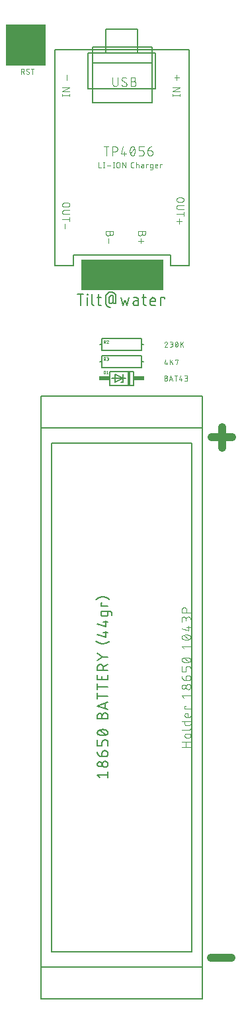
<source format=gto>
G75*
%MOIN*%
%OFA0B0*%
%FSLAX25Y25*%
%IPPOS*%
%LPD*%
%AMOC8*
5,1,8,0,0,1.08239X$1,22.5*
%
%ADD10C,0.00500*%
%ADD11R,0.41339X0.15748*%
%ADD12C,0.04000*%
%ADD13R,0.19882X0.20630*%
%ADD14C,0.00800*%
%ADD15C,0.00100*%
%ADD16C,0.00400*%
%ADD17C,0.00600*%
%ADD18R,0.01500X0.07000*%
%ADD19R,0.05500X0.02000*%
%ADD20C,0.00200*%
%ADD21C,0.00300*%
D10*
X0043376Y0043179D02*
X0043376Y0059321D01*
X0124872Y0059321D01*
X0124872Y0330581D01*
X0043376Y0330581D01*
X0043376Y0346722D01*
X0124872Y0346722D01*
X0124872Y0330581D01*
X0119557Y0322904D02*
X0119557Y0066998D01*
X0048691Y0066998D01*
X0048691Y0322904D01*
X0119557Y0322904D01*
X0103651Y0392338D02*
X0103651Y0396204D01*
X0105584Y0396204D01*
X0105584Y0395560D01*
X0101137Y0394916D02*
X0101137Y0394271D01*
X0098559Y0394271D01*
X0098559Y0394916D02*
X0098559Y0393305D01*
X0098561Y0393244D01*
X0098567Y0393184D01*
X0098576Y0393124D01*
X0098589Y0393065D01*
X0098606Y0393006D01*
X0098627Y0392949D01*
X0098651Y0392893D01*
X0098679Y0392839D01*
X0098710Y0392787D01*
X0098744Y0392737D01*
X0098781Y0392689D01*
X0098821Y0392643D01*
X0098864Y0392600D01*
X0098910Y0392560D01*
X0098958Y0392523D01*
X0099008Y0392489D01*
X0099060Y0392458D01*
X0099114Y0392430D01*
X0099170Y0392406D01*
X0099227Y0392385D01*
X0099286Y0392368D01*
X0099345Y0392355D01*
X0099405Y0392346D01*
X0099465Y0392340D01*
X0099526Y0392338D01*
X0101137Y0392338D01*
X0101137Y0394916D02*
X0101135Y0394987D01*
X0101129Y0395058D01*
X0101119Y0395128D01*
X0101106Y0395198D01*
X0101088Y0395267D01*
X0101067Y0395335D01*
X0101042Y0395401D01*
X0101014Y0395466D01*
X0100982Y0395529D01*
X0100946Y0395591D01*
X0100907Y0395650D01*
X0100865Y0395708D01*
X0100820Y0395763D01*
X0100772Y0395815D01*
X0100721Y0395864D01*
X0100667Y0395911D01*
X0100611Y0395955D01*
X0100553Y0395995D01*
X0100493Y0396032D01*
X0100430Y0396066D01*
X0100366Y0396096D01*
X0100300Y0396123D01*
X0100233Y0396146D01*
X0100164Y0396166D01*
X0100095Y0396181D01*
X0100025Y0396193D01*
X0099954Y0396201D01*
X0099884Y0396205D01*
X0099812Y0396205D01*
X0099742Y0396201D01*
X0099671Y0396193D01*
X0099601Y0396181D01*
X0099532Y0396166D01*
X0099463Y0396146D01*
X0099396Y0396123D01*
X0099330Y0396096D01*
X0099266Y0396066D01*
X0099204Y0396032D01*
X0099143Y0395995D01*
X0099085Y0395955D01*
X0099029Y0395911D01*
X0098975Y0395864D01*
X0098924Y0395815D01*
X0098876Y0395763D01*
X0098831Y0395708D01*
X0098789Y0395650D01*
X0098750Y0395591D01*
X0098714Y0395529D01*
X0098682Y0395466D01*
X0098654Y0395401D01*
X0098629Y0395335D01*
X0098608Y0395267D01*
X0098590Y0395198D01*
X0098577Y0395128D01*
X0098567Y0395058D01*
X0098561Y0394987D01*
X0098559Y0394916D01*
X0096461Y0396204D02*
X0094528Y0396204D01*
X0095172Y0398137D02*
X0095172Y0393305D01*
X0095174Y0393244D01*
X0095180Y0393184D01*
X0095189Y0393124D01*
X0095202Y0393065D01*
X0095219Y0393006D01*
X0095240Y0392949D01*
X0095264Y0392893D01*
X0095292Y0392839D01*
X0095323Y0392787D01*
X0095357Y0392737D01*
X0095394Y0392689D01*
X0095434Y0392643D01*
X0095477Y0392600D01*
X0095523Y0392560D01*
X0095571Y0392523D01*
X0095621Y0392489D01*
X0095673Y0392458D01*
X0095727Y0392430D01*
X0095783Y0392406D01*
X0095840Y0392385D01*
X0095899Y0392368D01*
X0095958Y0392355D01*
X0096018Y0392346D01*
X0096078Y0392340D01*
X0096139Y0392338D01*
X0096461Y0392338D01*
X0092489Y0392338D02*
X0092489Y0395238D01*
X0092489Y0394594D02*
X0091039Y0394594D01*
X0092489Y0395238D02*
X0092487Y0395299D01*
X0092481Y0395359D01*
X0092472Y0395419D01*
X0092459Y0395478D01*
X0092442Y0395537D01*
X0092421Y0395594D01*
X0092397Y0395650D01*
X0092369Y0395704D01*
X0092338Y0395756D01*
X0092304Y0395806D01*
X0092267Y0395854D01*
X0092227Y0395900D01*
X0092184Y0395943D01*
X0092138Y0395983D01*
X0092090Y0396020D01*
X0092040Y0396054D01*
X0091988Y0396085D01*
X0091934Y0396113D01*
X0091878Y0396137D01*
X0091821Y0396158D01*
X0091762Y0396175D01*
X0091703Y0396188D01*
X0091643Y0396197D01*
X0091583Y0396203D01*
X0091522Y0396205D01*
X0091522Y0396204D02*
X0090234Y0396204D01*
X0091039Y0394594D02*
X0090973Y0394592D01*
X0090908Y0394586D01*
X0090843Y0394577D01*
X0090779Y0394564D01*
X0090715Y0394547D01*
X0090653Y0394526D01*
X0090592Y0394502D01*
X0090533Y0394474D01*
X0090475Y0394443D01*
X0090419Y0394408D01*
X0090365Y0394371D01*
X0090314Y0394330D01*
X0090265Y0394286D01*
X0090219Y0394240D01*
X0090175Y0394191D01*
X0090134Y0394140D01*
X0090097Y0394086D01*
X0090062Y0394030D01*
X0090031Y0393972D01*
X0090003Y0393913D01*
X0089979Y0393852D01*
X0089958Y0393790D01*
X0089941Y0393726D01*
X0089928Y0393662D01*
X0089919Y0393597D01*
X0089913Y0393532D01*
X0089911Y0393466D01*
X0089913Y0393400D01*
X0089919Y0393335D01*
X0089928Y0393270D01*
X0089941Y0393206D01*
X0089958Y0393142D01*
X0089979Y0393080D01*
X0090003Y0393019D01*
X0090031Y0392960D01*
X0090062Y0392902D01*
X0090097Y0392846D01*
X0090134Y0392792D01*
X0090175Y0392741D01*
X0090219Y0392692D01*
X0090265Y0392646D01*
X0090314Y0392602D01*
X0090365Y0392561D01*
X0090419Y0392524D01*
X0090475Y0392489D01*
X0090533Y0392458D01*
X0090592Y0392430D01*
X0090653Y0392406D01*
X0090715Y0392385D01*
X0090779Y0392368D01*
X0090843Y0392355D01*
X0090908Y0392346D01*
X0090973Y0392340D01*
X0091039Y0392338D01*
X0092489Y0392338D01*
X0086760Y0392338D02*
X0087726Y0396204D01*
X0085793Y0394916D02*
X0084827Y0392338D01*
X0083860Y0396204D01*
X0085793Y0394916D02*
X0086760Y0392338D01*
X0081249Y0394110D02*
X0081249Y0396527D01*
X0079638Y0397171D02*
X0079638Y0394110D01*
X0079639Y0394110D02*
X0079641Y0394055D01*
X0079646Y0394000D01*
X0079656Y0393946D01*
X0079669Y0393893D01*
X0079685Y0393840D01*
X0079706Y0393789D01*
X0079729Y0393740D01*
X0079756Y0393692D01*
X0079786Y0393646D01*
X0079820Y0393602D01*
X0079856Y0393561D01*
X0079895Y0393522D01*
X0079936Y0393486D01*
X0079980Y0393452D01*
X0080026Y0393422D01*
X0080074Y0393395D01*
X0080123Y0393372D01*
X0080174Y0393351D01*
X0080227Y0393335D01*
X0080280Y0393322D01*
X0080334Y0393312D01*
X0080389Y0393307D01*
X0080444Y0393305D01*
X0080499Y0393307D01*
X0080554Y0393312D01*
X0080608Y0393322D01*
X0080661Y0393335D01*
X0080714Y0393351D01*
X0080765Y0393372D01*
X0080814Y0393395D01*
X0080862Y0393422D01*
X0080908Y0393452D01*
X0080952Y0393486D01*
X0080993Y0393522D01*
X0081032Y0393561D01*
X0081068Y0393602D01*
X0081102Y0393646D01*
X0081132Y0393692D01*
X0081159Y0393740D01*
X0081182Y0393789D01*
X0081203Y0393840D01*
X0081219Y0393893D01*
X0081232Y0393946D01*
X0081242Y0394000D01*
X0081247Y0394055D01*
X0081249Y0394110D01*
X0079638Y0397171D02*
X0078672Y0397171D01*
X0081249Y0396527D02*
X0081247Y0396627D01*
X0081241Y0396727D01*
X0081232Y0396826D01*
X0081218Y0396925D01*
X0081201Y0397024D01*
X0081180Y0397121D01*
X0081155Y0397218D01*
X0081126Y0397314D01*
X0081094Y0397408D01*
X0081058Y0397502D01*
X0081018Y0397593D01*
X0080975Y0397684D01*
X0080928Y0397772D01*
X0080878Y0397859D01*
X0080825Y0397943D01*
X0080769Y0398026D01*
X0080709Y0398106D01*
X0080646Y0398183D01*
X0080580Y0398259D01*
X0080512Y0398331D01*
X0080440Y0398401D01*
X0080366Y0398469D01*
X0080290Y0398533D01*
X0080211Y0398594D01*
X0080130Y0398652D01*
X0080046Y0398707D01*
X0079961Y0398759D01*
X0079873Y0398807D01*
X0079784Y0398852D01*
X0079693Y0398893D01*
X0079600Y0398931D01*
X0079506Y0398965D01*
X0079411Y0398996D01*
X0079315Y0399023D01*
X0079218Y0399046D01*
X0079119Y0399065D01*
X0079021Y0399080D01*
X0078921Y0399092D01*
X0078822Y0399100D01*
X0078722Y0399104D01*
X0078622Y0399104D01*
X0078522Y0399100D01*
X0078423Y0399092D01*
X0078323Y0399080D01*
X0078225Y0399065D01*
X0078126Y0399046D01*
X0078029Y0399023D01*
X0077933Y0398996D01*
X0077838Y0398965D01*
X0077744Y0398931D01*
X0077651Y0398893D01*
X0077560Y0398852D01*
X0077471Y0398807D01*
X0077384Y0398759D01*
X0077298Y0398707D01*
X0077214Y0398652D01*
X0077133Y0398594D01*
X0077054Y0398533D01*
X0076978Y0398469D01*
X0076904Y0398401D01*
X0076832Y0398331D01*
X0076764Y0398259D01*
X0076698Y0398183D01*
X0076635Y0398106D01*
X0076575Y0398026D01*
X0076519Y0397943D01*
X0076466Y0397859D01*
X0076416Y0397772D01*
X0076369Y0397684D01*
X0076326Y0397593D01*
X0076286Y0397502D01*
X0076250Y0397408D01*
X0076218Y0397314D01*
X0076189Y0397218D01*
X0076164Y0397121D01*
X0076143Y0397024D01*
X0076126Y0396925D01*
X0076112Y0396826D01*
X0076103Y0396727D01*
X0076097Y0396627D01*
X0076095Y0396527D01*
X0076094Y0396527D02*
X0076094Y0393788D01*
X0077705Y0394271D02*
X0077705Y0396204D01*
X0077707Y0396265D01*
X0077713Y0396325D01*
X0077722Y0396385D01*
X0077735Y0396444D01*
X0077752Y0396503D01*
X0077773Y0396560D01*
X0077797Y0396616D01*
X0077825Y0396670D01*
X0077856Y0396722D01*
X0077890Y0396772D01*
X0077927Y0396820D01*
X0077967Y0396866D01*
X0078010Y0396909D01*
X0078056Y0396949D01*
X0078104Y0396986D01*
X0078154Y0397020D01*
X0078206Y0397051D01*
X0078260Y0397079D01*
X0078316Y0397103D01*
X0078373Y0397124D01*
X0078432Y0397141D01*
X0078491Y0397154D01*
X0078551Y0397163D01*
X0078611Y0397169D01*
X0078672Y0397171D01*
X0077705Y0394271D02*
X0077707Y0394210D01*
X0077713Y0394150D01*
X0077722Y0394090D01*
X0077735Y0394031D01*
X0077752Y0393972D01*
X0077773Y0393915D01*
X0077797Y0393859D01*
X0077825Y0393805D01*
X0077856Y0393753D01*
X0077890Y0393703D01*
X0077927Y0393655D01*
X0077967Y0393609D01*
X0078010Y0393566D01*
X0078056Y0393526D01*
X0078104Y0393489D01*
X0078154Y0393455D01*
X0078206Y0393424D01*
X0078260Y0393396D01*
X0078316Y0393372D01*
X0078373Y0393351D01*
X0078432Y0393334D01*
X0078491Y0393321D01*
X0078551Y0393312D01*
X0078611Y0393306D01*
X0078672Y0393304D01*
X0078733Y0393306D01*
X0078793Y0393312D01*
X0078853Y0393321D01*
X0078912Y0393334D01*
X0078971Y0393351D01*
X0079028Y0393372D01*
X0079084Y0393396D01*
X0079138Y0393424D01*
X0079190Y0393455D01*
X0079240Y0393489D01*
X0079288Y0393526D01*
X0079334Y0393566D01*
X0079377Y0393609D01*
X0079417Y0393655D01*
X0079454Y0393703D01*
X0079488Y0393753D01*
X0079519Y0393805D01*
X0079547Y0393859D01*
X0079571Y0393915D01*
X0079592Y0393972D01*
X0079609Y0394031D01*
X0079622Y0394090D01*
X0079631Y0394150D01*
X0079637Y0394210D01*
X0079639Y0394271D01*
X0078350Y0391372D02*
X0078255Y0391380D01*
X0078160Y0391392D01*
X0078066Y0391408D01*
X0077972Y0391428D01*
X0077879Y0391452D01*
X0077787Y0391479D01*
X0077697Y0391509D01*
X0077607Y0391543D01*
X0077519Y0391581D01*
X0077433Y0391622D01*
X0077348Y0391667D01*
X0077265Y0391715D01*
X0077184Y0391766D01*
X0077105Y0391820D01*
X0077029Y0391877D01*
X0076954Y0391938D01*
X0076882Y0392001D01*
X0076813Y0392067D01*
X0076746Y0392135D01*
X0076682Y0392207D01*
X0076621Y0392280D01*
X0076563Y0392356D01*
X0076508Y0392435D01*
X0076456Y0392515D01*
X0076408Y0392598D01*
X0076362Y0392682D01*
X0076320Y0392768D01*
X0076282Y0392855D01*
X0076247Y0392945D01*
X0076215Y0393035D01*
X0076187Y0393126D01*
X0076163Y0393219D01*
X0076142Y0393312D01*
X0076125Y0393407D01*
X0076112Y0393502D01*
X0076103Y0393597D01*
X0076097Y0393692D01*
X0076095Y0393788D01*
X0073276Y0392338D02*
X0073215Y0392340D01*
X0073155Y0392346D01*
X0073095Y0392355D01*
X0073036Y0392368D01*
X0072977Y0392385D01*
X0072920Y0392406D01*
X0072864Y0392430D01*
X0072810Y0392458D01*
X0072758Y0392489D01*
X0072708Y0392523D01*
X0072660Y0392560D01*
X0072614Y0392600D01*
X0072571Y0392643D01*
X0072531Y0392689D01*
X0072494Y0392737D01*
X0072460Y0392787D01*
X0072429Y0392839D01*
X0072401Y0392893D01*
X0072377Y0392949D01*
X0072356Y0393006D01*
X0072339Y0393065D01*
X0072326Y0393124D01*
X0072317Y0393184D01*
X0072311Y0393244D01*
X0072309Y0393305D01*
X0072309Y0398137D01*
X0071665Y0396204D02*
X0073598Y0396204D01*
X0073598Y0392338D02*
X0073276Y0392338D01*
X0070184Y0392338D02*
X0070123Y0392340D01*
X0070063Y0392346D01*
X0070003Y0392355D01*
X0069944Y0392368D01*
X0069885Y0392385D01*
X0069828Y0392406D01*
X0069772Y0392430D01*
X0069718Y0392458D01*
X0069666Y0392489D01*
X0069616Y0392523D01*
X0069568Y0392560D01*
X0069522Y0392600D01*
X0069479Y0392643D01*
X0069439Y0392689D01*
X0069402Y0392737D01*
X0069368Y0392787D01*
X0069337Y0392839D01*
X0069309Y0392893D01*
X0069285Y0392949D01*
X0069264Y0393006D01*
X0069247Y0393065D01*
X0069234Y0393124D01*
X0069225Y0393184D01*
X0069219Y0393244D01*
X0069217Y0393305D01*
X0069217Y0398137D01*
X0067027Y0398137D02*
X0067027Y0397815D01*
X0066705Y0397815D01*
X0066705Y0398137D01*
X0067027Y0398137D01*
X0066866Y0396204D02*
X0066866Y0392338D01*
X0063305Y0392338D02*
X0063305Y0398137D01*
X0061694Y0398137D02*
X0064916Y0398137D01*
X0059725Y0412236D02*
X0059725Y0417630D01*
X0108741Y0417630D01*
X0108741Y0412236D01*
X0118190Y0412236D01*
X0118190Y0521095D01*
X0050276Y0521095D01*
X0050276Y0412236D01*
X0059725Y0412236D01*
X0069254Y0494467D02*
X0069254Y0522218D01*
X0099569Y0522218D01*
X0099569Y0514344D01*
X0069254Y0514344D01*
X0069254Y0518281D01*
X0066998Y0519360D02*
X0076250Y0519360D01*
X0076250Y0531171D01*
X0091998Y0531171D01*
X0091998Y0519360D01*
X0101250Y0519360D01*
X0101250Y0501250D01*
X0066998Y0501250D01*
X0066998Y0519360D01*
X0069254Y0494467D02*
X0099569Y0494467D01*
X0099569Y0514344D01*
X0091998Y0519360D02*
X0076250Y0519360D01*
X0043376Y0330581D02*
X0043376Y0059321D01*
X0043376Y0043376D02*
X0124872Y0043376D01*
X0124872Y0043179D02*
X0124872Y0059321D01*
X0077229Y0154577D02*
X0077229Y0157580D01*
X0077229Y0156079D02*
X0071824Y0156079D01*
X0073025Y0154577D01*
X0073025Y0160193D02*
X0073094Y0160195D01*
X0073162Y0160201D01*
X0073230Y0160211D01*
X0073297Y0160224D01*
X0073363Y0160242D01*
X0073429Y0160263D01*
X0073493Y0160288D01*
X0073555Y0160316D01*
X0073616Y0160348D01*
X0073674Y0160384D01*
X0073731Y0160422D01*
X0073785Y0160464D01*
X0073837Y0160509D01*
X0073886Y0160557D01*
X0073933Y0160608D01*
X0073976Y0160661D01*
X0074016Y0160716D01*
X0074053Y0160774D01*
X0074087Y0160834D01*
X0074117Y0160895D01*
X0074144Y0160958D01*
X0074167Y0161023D01*
X0074187Y0161089D01*
X0074202Y0161155D01*
X0074214Y0161223D01*
X0074222Y0161291D01*
X0074226Y0161360D01*
X0074226Y0161428D01*
X0074222Y0161497D01*
X0074214Y0161565D01*
X0074202Y0161633D01*
X0074187Y0161699D01*
X0074167Y0161765D01*
X0074144Y0161830D01*
X0074117Y0161893D01*
X0074087Y0161954D01*
X0074053Y0162014D01*
X0074016Y0162072D01*
X0073976Y0162127D01*
X0073933Y0162180D01*
X0073886Y0162231D01*
X0073837Y0162279D01*
X0073785Y0162324D01*
X0073731Y0162366D01*
X0073674Y0162404D01*
X0073616Y0162440D01*
X0073555Y0162472D01*
X0073493Y0162500D01*
X0073429Y0162525D01*
X0073363Y0162546D01*
X0073297Y0162564D01*
X0073230Y0162577D01*
X0073162Y0162587D01*
X0073094Y0162593D01*
X0073025Y0162595D01*
X0072956Y0162593D01*
X0072888Y0162587D01*
X0072820Y0162577D01*
X0072753Y0162564D01*
X0072687Y0162546D01*
X0072621Y0162525D01*
X0072557Y0162500D01*
X0072495Y0162472D01*
X0072434Y0162440D01*
X0072376Y0162404D01*
X0072319Y0162366D01*
X0072265Y0162324D01*
X0072213Y0162279D01*
X0072164Y0162231D01*
X0072117Y0162180D01*
X0072074Y0162127D01*
X0072034Y0162072D01*
X0071997Y0162014D01*
X0071963Y0161954D01*
X0071933Y0161893D01*
X0071906Y0161830D01*
X0071883Y0161765D01*
X0071863Y0161699D01*
X0071848Y0161633D01*
X0071836Y0161565D01*
X0071828Y0161497D01*
X0071824Y0161428D01*
X0071824Y0161360D01*
X0071828Y0161291D01*
X0071836Y0161223D01*
X0071848Y0161155D01*
X0071863Y0161089D01*
X0071883Y0161023D01*
X0071906Y0160958D01*
X0071933Y0160895D01*
X0071963Y0160834D01*
X0071997Y0160774D01*
X0072034Y0160716D01*
X0072074Y0160661D01*
X0072117Y0160608D01*
X0072164Y0160557D01*
X0072213Y0160509D01*
X0072265Y0160464D01*
X0072319Y0160422D01*
X0072376Y0160384D01*
X0072434Y0160348D01*
X0072495Y0160316D01*
X0072557Y0160288D01*
X0072621Y0160263D01*
X0072687Y0160242D01*
X0072753Y0160224D01*
X0072820Y0160211D01*
X0072888Y0160201D01*
X0072956Y0160195D01*
X0073025Y0160193D01*
X0074226Y0165207D02*
X0075728Y0165207D01*
X0075804Y0165209D01*
X0075880Y0165215D01*
X0075955Y0165224D01*
X0076030Y0165238D01*
X0076104Y0165255D01*
X0076178Y0165276D01*
X0076250Y0165300D01*
X0076320Y0165329D01*
X0076389Y0165360D01*
X0076457Y0165396D01*
X0076523Y0165434D01*
X0076586Y0165476D01*
X0076647Y0165521D01*
X0076706Y0165569D01*
X0076763Y0165620D01*
X0076817Y0165674D01*
X0076868Y0165731D01*
X0076916Y0165790D01*
X0076961Y0165851D01*
X0077003Y0165914D01*
X0077041Y0165980D01*
X0077077Y0166048D01*
X0077108Y0166117D01*
X0077137Y0166187D01*
X0077161Y0166259D01*
X0077182Y0166333D01*
X0077199Y0166407D01*
X0077213Y0166482D01*
X0077222Y0166557D01*
X0077228Y0166633D01*
X0077230Y0166709D01*
X0077228Y0166785D01*
X0077222Y0166861D01*
X0077213Y0166936D01*
X0077199Y0167011D01*
X0077182Y0167085D01*
X0077161Y0167159D01*
X0077137Y0167231D01*
X0077108Y0167301D01*
X0077077Y0167370D01*
X0077041Y0167438D01*
X0077003Y0167504D01*
X0076961Y0167567D01*
X0076916Y0167628D01*
X0076868Y0167687D01*
X0076817Y0167744D01*
X0076763Y0167798D01*
X0076706Y0167849D01*
X0076647Y0167897D01*
X0076586Y0167942D01*
X0076523Y0167984D01*
X0076457Y0168022D01*
X0076389Y0168058D01*
X0076320Y0168089D01*
X0076250Y0168118D01*
X0076178Y0168142D01*
X0076104Y0168163D01*
X0076030Y0168180D01*
X0075955Y0168194D01*
X0075880Y0168203D01*
X0075804Y0168209D01*
X0075728Y0168211D01*
X0075728Y0168210D02*
X0075427Y0168210D01*
X0075360Y0168208D01*
X0075293Y0168202D01*
X0075226Y0168193D01*
X0075160Y0168180D01*
X0075095Y0168163D01*
X0075030Y0168143D01*
X0074967Y0168119D01*
X0074906Y0168091D01*
X0074846Y0168060D01*
X0074788Y0168026D01*
X0074732Y0167988D01*
X0074678Y0167948D01*
X0074627Y0167905D01*
X0074578Y0167858D01*
X0074531Y0167809D01*
X0074488Y0167758D01*
X0074448Y0167704D01*
X0074410Y0167648D01*
X0074376Y0167590D01*
X0074345Y0167530D01*
X0074317Y0167469D01*
X0074293Y0167406D01*
X0074273Y0167341D01*
X0074256Y0167276D01*
X0074243Y0167210D01*
X0074234Y0167143D01*
X0074228Y0167076D01*
X0074226Y0167009D01*
X0074226Y0165207D01*
X0074226Y0165208D02*
X0074129Y0165210D01*
X0074033Y0165216D01*
X0073936Y0165226D01*
X0073841Y0165239D01*
X0073746Y0165257D01*
X0073651Y0165278D01*
X0073558Y0165303D01*
X0073465Y0165332D01*
X0073374Y0165364D01*
X0073284Y0165400D01*
X0073196Y0165440D01*
X0073110Y0165483D01*
X0073025Y0165530D01*
X0072942Y0165580D01*
X0072862Y0165633D01*
X0072783Y0165690D01*
X0072707Y0165749D01*
X0072633Y0165812D01*
X0072562Y0165878D01*
X0072494Y0165946D01*
X0072428Y0166017D01*
X0072365Y0166091D01*
X0072306Y0166167D01*
X0072249Y0166246D01*
X0072196Y0166326D01*
X0072146Y0166409D01*
X0072099Y0166494D01*
X0072056Y0166580D01*
X0072016Y0166668D01*
X0071980Y0166758D01*
X0071948Y0166849D01*
X0071919Y0166942D01*
X0071894Y0167035D01*
X0071873Y0167130D01*
X0071855Y0167225D01*
X0071842Y0167320D01*
X0071832Y0167417D01*
X0071826Y0167513D01*
X0071824Y0167610D01*
X0071824Y0170522D02*
X0071824Y0173525D01*
X0071824Y0170522D02*
X0074226Y0170522D01*
X0074226Y0172324D01*
X0074228Y0172391D01*
X0074234Y0172458D01*
X0074243Y0172525D01*
X0074256Y0172591D01*
X0074273Y0172656D01*
X0074293Y0172721D01*
X0074317Y0172784D01*
X0074345Y0172845D01*
X0074376Y0172905D01*
X0074410Y0172963D01*
X0074448Y0173019D01*
X0074488Y0173073D01*
X0074531Y0173124D01*
X0074578Y0173173D01*
X0074627Y0173220D01*
X0074678Y0173263D01*
X0074732Y0173303D01*
X0074788Y0173341D01*
X0074846Y0173375D01*
X0074906Y0173406D01*
X0074967Y0173434D01*
X0075030Y0173458D01*
X0075095Y0173478D01*
X0075160Y0173495D01*
X0075226Y0173508D01*
X0075293Y0173517D01*
X0075360Y0173523D01*
X0075427Y0173525D01*
X0076028Y0173525D01*
X0076095Y0173523D01*
X0076162Y0173517D01*
X0076229Y0173508D01*
X0076295Y0173495D01*
X0076360Y0173478D01*
X0076425Y0173458D01*
X0076488Y0173434D01*
X0076549Y0173406D01*
X0076609Y0173375D01*
X0076667Y0173341D01*
X0076723Y0173303D01*
X0076777Y0173263D01*
X0076828Y0173220D01*
X0076877Y0173173D01*
X0076924Y0173124D01*
X0076967Y0173073D01*
X0077007Y0173019D01*
X0077045Y0172963D01*
X0077079Y0172905D01*
X0077110Y0172845D01*
X0077138Y0172784D01*
X0077162Y0172721D01*
X0077182Y0172656D01*
X0077199Y0172591D01*
X0077212Y0172525D01*
X0077221Y0172458D01*
X0077227Y0172391D01*
X0077229Y0172324D01*
X0077229Y0170522D01*
X0076479Y0178391D02*
X0076365Y0178444D01*
X0076249Y0178495D01*
X0076132Y0178542D01*
X0076013Y0178586D01*
X0075894Y0178626D01*
X0075773Y0178663D01*
X0075651Y0178697D01*
X0075529Y0178727D01*
X0075405Y0178754D01*
X0075281Y0178777D01*
X0075156Y0178796D01*
X0075031Y0178812D01*
X0074905Y0178825D01*
X0074779Y0178834D01*
X0074653Y0178839D01*
X0074527Y0178841D01*
X0074527Y0175837D02*
X0074401Y0175839D01*
X0074275Y0175844D01*
X0074149Y0175853D01*
X0074023Y0175866D01*
X0073898Y0175882D01*
X0073773Y0175901D01*
X0073649Y0175924D01*
X0073525Y0175951D01*
X0073403Y0175981D01*
X0073281Y0176015D01*
X0073160Y0176052D01*
X0073040Y0176092D01*
X0072922Y0176136D01*
X0072805Y0176183D01*
X0072689Y0176234D01*
X0072575Y0176287D01*
X0071824Y0177339D02*
X0071826Y0177405D01*
X0071832Y0177470D01*
X0071841Y0177535D01*
X0071855Y0177599D01*
X0071872Y0177662D01*
X0071893Y0177725D01*
X0071918Y0177785D01*
X0071946Y0177845D01*
X0071977Y0177902D01*
X0072012Y0177958D01*
X0072050Y0178011D01*
X0072092Y0178062D01*
X0072136Y0178111D01*
X0072183Y0178157D01*
X0072232Y0178200D01*
X0072284Y0178240D01*
X0072339Y0178276D01*
X0072395Y0178310D01*
X0072453Y0178340D01*
X0072513Y0178367D01*
X0072575Y0178390D01*
X0073025Y0178540D02*
X0076028Y0176137D01*
X0077229Y0177339D02*
X0077227Y0177405D01*
X0077221Y0177470D01*
X0077212Y0177535D01*
X0077198Y0177599D01*
X0077181Y0177662D01*
X0077160Y0177725D01*
X0077135Y0177785D01*
X0077107Y0177845D01*
X0077076Y0177902D01*
X0077041Y0177958D01*
X0077003Y0178011D01*
X0076961Y0178062D01*
X0076917Y0178111D01*
X0076870Y0178157D01*
X0076821Y0178200D01*
X0076769Y0178240D01*
X0076714Y0178276D01*
X0076658Y0178310D01*
X0076600Y0178340D01*
X0076540Y0178367D01*
X0076478Y0178390D01*
X0077229Y0177339D02*
X0077227Y0177273D01*
X0077221Y0177208D01*
X0077212Y0177143D01*
X0077198Y0177079D01*
X0077181Y0177016D01*
X0077160Y0176953D01*
X0077135Y0176893D01*
X0077107Y0176833D01*
X0077076Y0176776D01*
X0077041Y0176720D01*
X0077003Y0176667D01*
X0076961Y0176616D01*
X0076917Y0176567D01*
X0076870Y0176521D01*
X0076821Y0176478D01*
X0076769Y0176438D01*
X0076714Y0176402D01*
X0076658Y0176368D01*
X0076600Y0176338D01*
X0076540Y0176311D01*
X0076478Y0176288D01*
X0074527Y0178841D02*
X0074401Y0178839D01*
X0074275Y0178834D01*
X0074149Y0178825D01*
X0074023Y0178812D01*
X0073898Y0178796D01*
X0073773Y0178777D01*
X0073649Y0178754D01*
X0073525Y0178727D01*
X0073403Y0178697D01*
X0073281Y0178663D01*
X0073160Y0178626D01*
X0073040Y0178586D01*
X0072922Y0178542D01*
X0072805Y0178495D01*
X0072689Y0178444D01*
X0072575Y0178391D01*
X0071824Y0177339D02*
X0071826Y0177273D01*
X0071832Y0177208D01*
X0071841Y0177143D01*
X0071855Y0177079D01*
X0071872Y0177016D01*
X0071893Y0176953D01*
X0071918Y0176893D01*
X0071946Y0176833D01*
X0071977Y0176776D01*
X0072012Y0176720D01*
X0072050Y0176667D01*
X0072092Y0176616D01*
X0072136Y0176567D01*
X0072183Y0176521D01*
X0072232Y0176478D01*
X0072284Y0176438D01*
X0072339Y0176402D01*
X0072395Y0176368D01*
X0072453Y0176338D01*
X0072513Y0176311D01*
X0072575Y0176288D01*
X0074527Y0175837D02*
X0074653Y0175839D01*
X0074779Y0175844D01*
X0074905Y0175853D01*
X0075031Y0175866D01*
X0075156Y0175882D01*
X0075281Y0175901D01*
X0075405Y0175924D01*
X0075529Y0175951D01*
X0075651Y0175981D01*
X0075773Y0176015D01*
X0075894Y0176052D01*
X0076014Y0176092D01*
X0076132Y0176136D01*
X0076249Y0176183D01*
X0076365Y0176234D01*
X0076479Y0176287D01*
X0077229Y0184245D02*
X0071824Y0184245D01*
X0071824Y0185746D01*
X0071826Y0185815D01*
X0071832Y0185883D01*
X0071842Y0185951D01*
X0071855Y0186018D01*
X0071873Y0186084D01*
X0071894Y0186150D01*
X0071919Y0186214D01*
X0071947Y0186276D01*
X0071979Y0186337D01*
X0072015Y0186395D01*
X0072053Y0186452D01*
X0072095Y0186506D01*
X0072140Y0186558D01*
X0072188Y0186607D01*
X0072239Y0186654D01*
X0072292Y0186697D01*
X0072347Y0186737D01*
X0072405Y0186774D01*
X0072465Y0186808D01*
X0072526Y0186838D01*
X0072589Y0186865D01*
X0072654Y0186888D01*
X0072720Y0186908D01*
X0072786Y0186923D01*
X0072854Y0186935D01*
X0072922Y0186943D01*
X0072991Y0186947D01*
X0073059Y0186947D01*
X0073128Y0186943D01*
X0073196Y0186935D01*
X0073264Y0186923D01*
X0073330Y0186908D01*
X0073396Y0186888D01*
X0073461Y0186865D01*
X0073524Y0186838D01*
X0073585Y0186808D01*
X0073645Y0186774D01*
X0073703Y0186737D01*
X0073758Y0186697D01*
X0073811Y0186654D01*
X0073862Y0186607D01*
X0073910Y0186558D01*
X0073955Y0186506D01*
X0073997Y0186452D01*
X0074035Y0186395D01*
X0074071Y0186337D01*
X0074103Y0186276D01*
X0074131Y0186214D01*
X0074156Y0186150D01*
X0074177Y0186084D01*
X0074195Y0186018D01*
X0074208Y0185951D01*
X0074218Y0185883D01*
X0074224Y0185815D01*
X0074226Y0185746D01*
X0074226Y0184245D01*
X0074226Y0185746D02*
X0074228Y0185822D01*
X0074234Y0185898D01*
X0074243Y0185973D01*
X0074257Y0186048D01*
X0074274Y0186122D01*
X0074295Y0186196D01*
X0074319Y0186268D01*
X0074348Y0186338D01*
X0074379Y0186407D01*
X0074415Y0186475D01*
X0074453Y0186541D01*
X0074495Y0186604D01*
X0074540Y0186665D01*
X0074588Y0186724D01*
X0074639Y0186781D01*
X0074693Y0186835D01*
X0074750Y0186886D01*
X0074809Y0186934D01*
X0074870Y0186979D01*
X0074933Y0187021D01*
X0074999Y0187059D01*
X0075067Y0187095D01*
X0075136Y0187126D01*
X0075206Y0187155D01*
X0075278Y0187179D01*
X0075352Y0187200D01*
X0075426Y0187217D01*
X0075501Y0187231D01*
X0075576Y0187240D01*
X0075652Y0187246D01*
X0075728Y0187248D01*
X0075804Y0187246D01*
X0075880Y0187240D01*
X0075955Y0187231D01*
X0076030Y0187217D01*
X0076104Y0187200D01*
X0076178Y0187179D01*
X0076250Y0187155D01*
X0076320Y0187126D01*
X0076389Y0187095D01*
X0076457Y0187059D01*
X0076523Y0187021D01*
X0076586Y0186979D01*
X0076647Y0186934D01*
X0076706Y0186886D01*
X0076763Y0186835D01*
X0076817Y0186781D01*
X0076868Y0186724D01*
X0076916Y0186665D01*
X0076961Y0186604D01*
X0077003Y0186541D01*
X0077041Y0186475D01*
X0077077Y0186407D01*
X0077108Y0186338D01*
X0077137Y0186268D01*
X0077161Y0186196D01*
X0077182Y0186122D01*
X0077199Y0186048D01*
X0077213Y0185973D01*
X0077222Y0185898D01*
X0077228Y0185822D01*
X0077230Y0185746D01*
X0077229Y0185746D02*
X0077229Y0184245D01*
X0077229Y0189001D02*
X0071824Y0190803D01*
X0077229Y0192605D01*
X0075878Y0192155D02*
X0075878Y0189452D01*
X0077229Y0195764D02*
X0071824Y0195764D01*
X0071824Y0197265D02*
X0071824Y0194262D01*
X0071824Y0198869D02*
X0071824Y0201872D01*
X0071824Y0200370D02*
X0077229Y0200370D01*
X0077229Y0204017D02*
X0071824Y0204017D01*
X0071824Y0206420D01*
X0071824Y0208648D02*
X0071824Y0210149D01*
X0071824Y0208648D02*
X0077229Y0208648D01*
X0077229Y0206420D02*
X0077229Y0204017D01*
X0074226Y0204017D02*
X0074226Y0205819D01*
X0074827Y0208648D02*
X0074827Y0210149D01*
X0074827Y0210450D02*
X0077229Y0211651D01*
X0077229Y0215429D02*
X0074376Y0215429D01*
X0071824Y0217231D01*
X0074376Y0215429D02*
X0071824Y0213627D01*
X0071823Y0210149D02*
X0071825Y0210225D01*
X0071831Y0210301D01*
X0071840Y0210376D01*
X0071854Y0210451D01*
X0071871Y0210525D01*
X0071892Y0210599D01*
X0071916Y0210671D01*
X0071945Y0210741D01*
X0071976Y0210810D01*
X0072012Y0210878D01*
X0072050Y0210944D01*
X0072092Y0211007D01*
X0072137Y0211068D01*
X0072185Y0211127D01*
X0072236Y0211184D01*
X0072290Y0211238D01*
X0072347Y0211289D01*
X0072406Y0211337D01*
X0072467Y0211382D01*
X0072530Y0211424D01*
X0072596Y0211462D01*
X0072664Y0211498D01*
X0072733Y0211529D01*
X0072803Y0211558D01*
X0072875Y0211582D01*
X0072949Y0211603D01*
X0073023Y0211620D01*
X0073098Y0211634D01*
X0073173Y0211643D01*
X0073249Y0211649D01*
X0073325Y0211651D01*
X0073401Y0211649D01*
X0073477Y0211643D01*
X0073552Y0211634D01*
X0073627Y0211620D01*
X0073701Y0211603D01*
X0073775Y0211582D01*
X0073847Y0211558D01*
X0073917Y0211529D01*
X0073986Y0211498D01*
X0074054Y0211462D01*
X0074120Y0211424D01*
X0074183Y0211382D01*
X0074244Y0211337D01*
X0074303Y0211289D01*
X0074360Y0211238D01*
X0074414Y0211184D01*
X0074465Y0211127D01*
X0074513Y0211068D01*
X0074558Y0211007D01*
X0074600Y0210944D01*
X0074638Y0210878D01*
X0074674Y0210810D01*
X0074705Y0210741D01*
X0074734Y0210671D01*
X0074758Y0210599D01*
X0074779Y0210525D01*
X0074796Y0210451D01*
X0074810Y0210376D01*
X0074819Y0210301D01*
X0074825Y0210225D01*
X0074827Y0210149D01*
X0076028Y0225443D02*
X0071824Y0226645D01*
X0071824Y0231959D02*
X0076028Y0230758D01*
X0076028Y0233761D01*
X0074827Y0232860D02*
X0077229Y0232860D01*
X0076328Y0235991D02*
X0074527Y0235991D01*
X0074468Y0235993D01*
X0074409Y0235999D01*
X0074351Y0236008D01*
X0074294Y0236022D01*
X0074237Y0236039D01*
X0074182Y0236060D01*
X0074128Y0236084D01*
X0074077Y0236112D01*
X0074026Y0236143D01*
X0073979Y0236177D01*
X0073933Y0236215D01*
X0073890Y0236255D01*
X0073850Y0236298D01*
X0073812Y0236344D01*
X0073778Y0236391D01*
X0073747Y0236442D01*
X0073719Y0236493D01*
X0073695Y0236547D01*
X0073674Y0236602D01*
X0073657Y0236659D01*
X0073643Y0236716D01*
X0073634Y0236774D01*
X0073628Y0236833D01*
X0073626Y0236892D01*
X0073626Y0238393D01*
X0078130Y0238393D01*
X0078130Y0238394D02*
X0078189Y0238392D01*
X0078248Y0238386D01*
X0078306Y0238377D01*
X0078363Y0238363D01*
X0078420Y0238346D01*
X0078475Y0238325D01*
X0078529Y0238301D01*
X0078581Y0238273D01*
X0078631Y0238242D01*
X0078678Y0238208D01*
X0078724Y0238170D01*
X0078767Y0238130D01*
X0078807Y0238087D01*
X0078845Y0238041D01*
X0078879Y0237994D01*
X0078910Y0237944D01*
X0078938Y0237892D01*
X0078962Y0237838D01*
X0078983Y0237783D01*
X0079000Y0237726D01*
X0079014Y0237669D01*
X0079023Y0237611D01*
X0079029Y0237552D01*
X0079031Y0237493D01*
X0079031Y0236291D01*
X0077229Y0236892D02*
X0077229Y0238393D01*
X0077229Y0236892D02*
X0077227Y0236833D01*
X0077221Y0236774D01*
X0077212Y0236716D01*
X0077198Y0236659D01*
X0077181Y0236602D01*
X0077160Y0236547D01*
X0077136Y0236493D01*
X0077108Y0236442D01*
X0077077Y0236391D01*
X0077043Y0236344D01*
X0077005Y0236298D01*
X0076965Y0236255D01*
X0076922Y0236215D01*
X0076876Y0236177D01*
X0076829Y0236143D01*
X0076779Y0236112D01*
X0076727Y0236084D01*
X0076673Y0236060D01*
X0076618Y0236039D01*
X0076561Y0236022D01*
X0076504Y0236008D01*
X0076446Y0235999D01*
X0076387Y0235993D01*
X0076328Y0235991D01*
X0074527Y0245602D02*
X0074389Y0245600D01*
X0074251Y0245595D01*
X0074114Y0245585D01*
X0073976Y0245572D01*
X0073839Y0245556D01*
X0073703Y0245536D01*
X0073567Y0245512D01*
X0073432Y0245484D01*
X0073297Y0245453D01*
X0073164Y0245418D01*
X0073031Y0245380D01*
X0072900Y0245338D01*
X0072769Y0245292D01*
X0072640Y0245243D01*
X0072513Y0245191D01*
X0072387Y0245135D01*
X0072262Y0245076D01*
X0072139Y0245014D01*
X0072017Y0244948D01*
X0071898Y0244879D01*
X0071780Y0244807D01*
X0071665Y0244732D01*
X0071551Y0244654D01*
X0071440Y0244572D01*
X0071330Y0244488D01*
X0071223Y0244401D01*
X0073626Y0242813D02*
X0073626Y0241012D01*
X0077229Y0241012D01*
X0077831Y0244401D02*
X0077724Y0244488D01*
X0077614Y0244572D01*
X0077503Y0244654D01*
X0077389Y0244732D01*
X0077274Y0244807D01*
X0077156Y0244879D01*
X0077037Y0244948D01*
X0076915Y0245014D01*
X0076792Y0245076D01*
X0076667Y0245135D01*
X0076541Y0245191D01*
X0076414Y0245243D01*
X0076285Y0245292D01*
X0076154Y0245338D01*
X0076023Y0245380D01*
X0075890Y0245418D01*
X0075757Y0245453D01*
X0075622Y0245484D01*
X0075487Y0245512D01*
X0075351Y0245536D01*
X0075215Y0245556D01*
X0075078Y0245572D01*
X0074940Y0245585D01*
X0074803Y0245595D01*
X0074665Y0245600D01*
X0074527Y0245602D01*
X0074226Y0242813D02*
X0073626Y0242813D01*
X0076028Y0228446D02*
X0076028Y0225443D01*
X0077831Y0223307D02*
X0077724Y0223220D01*
X0077614Y0223136D01*
X0077503Y0223054D01*
X0077389Y0222976D01*
X0077274Y0222901D01*
X0077156Y0222829D01*
X0077037Y0222760D01*
X0076915Y0222694D01*
X0076792Y0222632D01*
X0076667Y0222573D01*
X0076541Y0222517D01*
X0076414Y0222465D01*
X0076285Y0222416D01*
X0076154Y0222370D01*
X0076023Y0222328D01*
X0075890Y0222290D01*
X0075757Y0222255D01*
X0075622Y0222224D01*
X0075487Y0222196D01*
X0075351Y0222172D01*
X0075215Y0222152D01*
X0075078Y0222136D01*
X0074940Y0222123D01*
X0074803Y0222113D01*
X0074665Y0222108D01*
X0074527Y0222106D01*
X0074389Y0222108D01*
X0074251Y0222113D01*
X0074114Y0222123D01*
X0073976Y0222136D01*
X0073839Y0222152D01*
X0073703Y0222172D01*
X0073567Y0222196D01*
X0073432Y0222224D01*
X0073297Y0222255D01*
X0073164Y0222290D01*
X0073031Y0222328D01*
X0072900Y0222370D01*
X0072769Y0222416D01*
X0072640Y0222465D01*
X0072513Y0222517D01*
X0072387Y0222573D01*
X0072262Y0222632D01*
X0072139Y0222694D01*
X0072017Y0222760D01*
X0071898Y0222829D01*
X0071780Y0222901D01*
X0071665Y0222976D01*
X0071551Y0223054D01*
X0071440Y0223136D01*
X0071330Y0223220D01*
X0071223Y0223307D01*
X0074827Y0227545D02*
X0077229Y0227545D01*
X0075728Y0162896D02*
X0075804Y0162894D01*
X0075880Y0162888D01*
X0075955Y0162879D01*
X0076030Y0162865D01*
X0076104Y0162848D01*
X0076178Y0162827D01*
X0076250Y0162803D01*
X0076320Y0162774D01*
X0076389Y0162743D01*
X0076457Y0162707D01*
X0076523Y0162669D01*
X0076586Y0162627D01*
X0076647Y0162582D01*
X0076706Y0162534D01*
X0076763Y0162483D01*
X0076817Y0162429D01*
X0076868Y0162372D01*
X0076916Y0162313D01*
X0076961Y0162252D01*
X0077003Y0162189D01*
X0077041Y0162123D01*
X0077077Y0162055D01*
X0077108Y0161986D01*
X0077137Y0161916D01*
X0077161Y0161844D01*
X0077182Y0161770D01*
X0077199Y0161696D01*
X0077213Y0161621D01*
X0077222Y0161546D01*
X0077228Y0161470D01*
X0077230Y0161394D01*
X0077228Y0161318D01*
X0077222Y0161242D01*
X0077213Y0161167D01*
X0077199Y0161092D01*
X0077182Y0161018D01*
X0077161Y0160944D01*
X0077137Y0160872D01*
X0077108Y0160802D01*
X0077077Y0160733D01*
X0077041Y0160665D01*
X0077003Y0160599D01*
X0076961Y0160536D01*
X0076916Y0160475D01*
X0076868Y0160416D01*
X0076817Y0160359D01*
X0076763Y0160305D01*
X0076706Y0160254D01*
X0076647Y0160206D01*
X0076586Y0160161D01*
X0076523Y0160119D01*
X0076457Y0160081D01*
X0076389Y0160045D01*
X0076320Y0160014D01*
X0076250Y0159985D01*
X0076178Y0159961D01*
X0076104Y0159940D01*
X0076030Y0159923D01*
X0075955Y0159909D01*
X0075880Y0159900D01*
X0075804Y0159894D01*
X0075728Y0159892D01*
X0075652Y0159894D01*
X0075576Y0159900D01*
X0075501Y0159909D01*
X0075426Y0159923D01*
X0075352Y0159940D01*
X0075278Y0159961D01*
X0075206Y0159985D01*
X0075136Y0160014D01*
X0075067Y0160045D01*
X0074999Y0160081D01*
X0074933Y0160119D01*
X0074870Y0160161D01*
X0074809Y0160206D01*
X0074750Y0160254D01*
X0074693Y0160305D01*
X0074639Y0160359D01*
X0074588Y0160416D01*
X0074540Y0160475D01*
X0074495Y0160536D01*
X0074453Y0160599D01*
X0074415Y0160665D01*
X0074379Y0160733D01*
X0074348Y0160802D01*
X0074319Y0160872D01*
X0074295Y0160944D01*
X0074274Y0161018D01*
X0074257Y0161092D01*
X0074243Y0161167D01*
X0074234Y0161242D01*
X0074228Y0161318D01*
X0074226Y0161394D01*
X0074228Y0161470D01*
X0074234Y0161546D01*
X0074243Y0161621D01*
X0074257Y0161696D01*
X0074274Y0161770D01*
X0074295Y0161844D01*
X0074319Y0161916D01*
X0074348Y0161986D01*
X0074379Y0162055D01*
X0074415Y0162123D01*
X0074453Y0162189D01*
X0074495Y0162252D01*
X0074540Y0162313D01*
X0074588Y0162372D01*
X0074639Y0162429D01*
X0074693Y0162483D01*
X0074750Y0162534D01*
X0074809Y0162582D01*
X0074870Y0162627D01*
X0074933Y0162669D01*
X0074999Y0162707D01*
X0075067Y0162743D01*
X0075136Y0162774D01*
X0075206Y0162803D01*
X0075278Y0162827D01*
X0075352Y0162848D01*
X0075426Y0162865D01*
X0075501Y0162879D01*
X0075576Y0162888D01*
X0075652Y0162894D01*
X0075728Y0162896D01*
D11*
X0084556Y0407721D03*
D12*
X0129576Y0326063D02*
X0139911Y0326063D01*
X0134742Y0331004D02*
X0134742Y0320669D01*
X0139270Y0063933D02*
X0128936Y0063933D01*
D13*
X0035600Y0523376D03*
D14*
X0074124Y0375589D02*
X0074124Y0372589D01*
X0073124Y0372589D01*
X0074124Y0372589D02*
X0074124Y0369589D01*
X0094124Y0369589D01*
X0094124Y0372589D01*
X0095124Y0372589D01*
X0094124Y0372589D02*
X0094124Y0375589D01*
X0074124Y0375589D01*
X0074124Y0367085D02*
X0074124Y0364085D01*
X0073124Y0364085D01*
X0074124Y0364085D02*
X0074124Y0361085D01*
X0094124Y0361085D01*
X0094124Y0364085D01*
X0095124Y0364085D01*
X0094124Y0364085D02*
X0094124Y0367085D01*
X0074124Y0367085D01*
D15*
X0075071Y0366277D02*
X0075488Y0366277D01*
X0075071Y0366277D02*
X0075071Y0364777D01*
X0075071Y0365443D02*
X0075488Y0365443D01*
X0075571Y0365443D02*
X0075905Y0364777D01*
X0076503Y0364777D02*
X0076920Y0364777D01*
X0076920Y0364776D02*
X0076960Y0364778D01*
X0076999Y0364784D01*
X0077037Y0364793D01*
X0077075Y0364806D01*
X0077111Y0364822D01*
X0077145Y0364842D01*
X0077178Y0364865D01*
X0077208Y0364891D01*
X0077235Y0364920D01*
X0077260Y0364951D01*
X0077281Y0364985D01*
X0077299Y0365020D01*
X0077314Y0365057D01*
X0077325Y0365095D01*
X0077333Y0365134D01*
X0077337Y0365173D01*
X0077337Y0365213D01*
X0077333Y0365252D01*
X0077325Y0365291D01*
X0077314Y0365329D01*
X0077299Y0365366D01*
X0077281Y0365402D01*
X0077260Y0365435D01*
X0077235Y0365466D01*
X0077208Y0365495D01*
X0077178Y0365521D01*
X0077145Y0365544D01*
X0077111Y0365564D01*
X0077075Y0365580D01*
X0077037Y0365593D01*
X0076999Y0365602D01*
X0076960Y0365608D01*
X0076920Y0365610D01*
X0077003Y0365610D02*
X0076670Y0365610D01*
X0077003Y0365610D02*
X0077038Y0365612D01*
X0077072Y0365617D01*
X0077106Y0365626D01*
X0077138Y0365639D01*
X0077170Y0365655D01*
X0077199Y0365674D01*
X0077226Y0365696D01*
X0077250Y0365720D01*
X0077272Y0365747D01*
X0077291Y0365777D01*
X0077307Y0365808D01*
X0077320Y0365840D01*
X0077329Y0365874D01*
X0077334Y0365908D01*
X0077336Y0365943D01*
X0077334Y0365978D01*
X0077329Y0366012D01*
X0077320Y0366046D01*
X0077307Y0366078D01*
X0077291Y0366110D01*
X0077272Y0366139D01*
X0077250Y0366166D01*
X0077226Y0366190D01*
X0077199Y0366212D01*
X0077170Y0366231D01*
X0077138Y0366247D01*
X0077106Y0366260D01*
X0077072Y0366269D01*
X0077038Y0366274D01*
X0077003Y0366276D01*
X0077003Y0366277D02*
X0076503Y0366277D01*
X0075488Y0366277D02*
X0075528Y0366275D01*
X0075567Y0366269D01*
X0075605Y0366260D01*
X0075643Y0366247D01*
X0075679Y0366231D01*
X0075713Y0366211D01*
X0075746Y0366188D01*
X0075776Y0366162D01*
X0075803Y0366133D01*
X0075828Y0366102D01*
X0075849Y0366069D01*
X0075867Y0366033D01*
X0075882Y0365996D01*
X0075893Y0365958D01*
X0075901Y0365919D01*
X0075905Y0365880D01*
X0075905Y0365840D01*
X0075901Y0365801D01*
X0075893Y0365762D01*
X0075882Y0365724D01*
X0075867Y0365687D01*
X0075849Y0365652D01*
X0075828Y0365618D01*
X0075803Y0365587D01*
X0075776Y0365558D01*
X0075746Y0365532D01*
X0075713Y0365509D01*
X0075679Y0365489D01*
X0075643Y0365473D01*
X0075605Y0365460D01*
X0075567Y0365451D01*
X0075528Y0365445D01*
X0075488Y0365443D01*
X0075905Y0373281D02*
X0075571Y0373947D01*
X0075488Y0373947D02*
X0075071Y0373947D01*
X0075488Y0373947D02*
X0075528Y0373949D01*
X0075567Y0373955D01*
X0075605Y0373964D01*
X0075643Y0373977D01*
X0075679Y0373993D01*
X0075713Y0374013D01*
X0075746Y0374036D01*
X0075776Y0374062D01*
X0075803Y0374091D01*
X0075828Y0374122D01*
X0075849Y0374156D01*
X0075867Y0374191D01*
X0075882Y0374228D01*
X0075893Y0374266D01*
X0075901Y0374305D01*
X0075905Y0374344D01*
X0075905Y0374384D01*
X0075901Y0374423D01*
X0075893Y0374462D01*
X0075882Y0374500D01*
X0075867Y0374537D01*
X0075849Y0374573D01*
X0075828Y0374606D01*
X0075803Y0374637D01*
X0075776Y0374666D01*
X0075746Y0374692D01*
X0075713Y0374715D01*
X0075679Y0374735D01*
X0075643Y0374751D01*
X0075605Y0374764D01*
X0075567Y0374773D01*
X0075528Y0374779D01*
X0075488Y0374781D01*
X0075071Y0374781D01*
X0075071Y0373281D01*
X0076503Y0373281D02*
X0077336Y0373281D01*
X0076503Y0373281D02*
X0077211Y0374114D01*
X0076961Y0374781D02*
X0076921Y0374779D01*
X0076881Y0374774D01*
X0076841Y0374766D01*
X0076802Y0374754D01*
X0076765Y0374739D01*
X0076729Y0374721D01*
X0076694Y0374700D01*
X0076661Y0374677D01*
X0076631Y0374650D01*
X0076603Y0374621D01*
X0076577Y0374590D01*
X0076554Y0374557D01*
X0076534Y0374522D01*
X0076516Y0374485D01*
X0076502Y0374447D01*
X0077211Y0374114D02*
X0077236Y0374140D01*
X0077259Y0374169D01*
X0077279Y0374199D01*
X0077296Y0374231D01*
X0077310Y0374264D01*
X0077321Y0374299D01*
X0077329Y0374334D01*
X0077334Y0374370D01*
X0077336Y0374406D01*
X0077334Y0374443D01*
X0077329Y0374479D01*
X0077320Y0374515D01*
X0077307Y0374550D01*
X0077292Y0374583D01*
X0077273Y0374614D01*
X0077251Y0374644D01*
X0077226Y0374671D01*
X0077199Y0374696D01*
X0077169Y0374718D01*
X0077138Y0374737D01*
X0077105Y0374752D01*
X0077070Y0374765D01*
X0077034Y0374774D01*
X0076998Y0374779D01*
X0076961Y0374781D01*
D16*
X0105654Y0371479D02*
X0107072Y0371479D01*
X0108312Y0371479D02*
X0109021Y0371479D01*
X0109073Y0371481D01*
X0109124Y0371487D01*
X0109175Y0371496D01*
X0109225Y0371509D01*
X0109274Y0371526D01*
X0109322Y0371546D01*
X0109368Y0371570D01*
X0109412Y0371597D01*
X0109454Y0371627D01*
X0109494Y0371660D01*
X0109531Y0371696D01*
X0109566Y0371734D01*
X0109598Y0371775D01*
X0109626Y0371819D01*
X0109652Y0371864D01*
X0109674Y0371911D01*
X0109692Y0371959D01*
X0109707Y0372009D01*
X0109718Y0372059D01*
X0109726Y0372110D01*
X0109730Y0372162D01*
X0109730Y0372214D01*
X0109726Y0372266D01*
X0109718Y0372317D01*
X0109707Y0372367D01*
X0109692Y0372417D01*
X0109674Y0372465D01*
X0109652Y0372512D01*
X0109626Y0372557D01*
X0109598Y0372601D01*
X0109566Y0372642D01*
X0109531Y0372680D01*
X0109494Y0372716D01*
X0109454Y0372749D01*
X0109412Y0372779D01*
X0109368Y0372806D01*
X0109322Y0372830D01*
X0109274Y0372850D01*
X0109225Y0372867D01*
X0109175Y0372880D01*
X0109124Y0372889D01*
X0109073Y0372895D01*
X0109021Y0372897D01*
X0109162Y0372897D02*
X0108595Y0372897D01*
X0109162Y0372897D02*
X0109209Y0372899D01*
X0109255Y0372905D01*
X0109301Y0372914D01*
X0109346Y0372928D01*
X0109390Y0372945D01*
X0109432Y0372965D01*
X0109472Y0372989D01*
X0109510Y0373017D01*
X0109546Y0373047D01*
X0109579Y0373080D01*
X0109609Y0373116D01*
X0109637Y0373154D01*
X0109661Y0373194D01*
X0109681Y0373236D01*
X0109698Y0373280D01*
X0109712Y0373325D01*
X0109721Y0373371D01*
X0109727Y0373417D01*
X0109729Y0373464D01*
X0109727Y0373511D01*
X0109721Y0373557D01*
X0109712Y0373603D01*
X0109698Y0373648D01*
X0109681Y0373692D01*
X0109661Y0373734D01*
X0109637Y0373774D01*
X0109609Y0373812D01*
X0109579Y0373848D01*
X0109546Y0373881D01*
X0109510Y0373911D01*
X0109472Y0373939D01*
X0109432Y0373963D01*
X0109390Y0373983D01*
X0109346Y0374000D01*
X0109301Y0374014D01*
X0109255Y0374023D01*
X0109209Y0374029D01*
X0109162Y0374031D01*
X0108312Y0374031D01*
X0106859Y0372897D02*
X0105654Y0371479D01*
X0105654Y0373465D02*
X0105672Y0373516D01*
X0105694Y0373565D01*
X0105719Y0373614D01*
X0105747Y0373660D01*
X0105778Y0373704D01*
X0105812Y0373747D01*
X0105849Y0373787D01*
X0105888Y0373824D01*
X0105930Y0373859D01*
X0105974Y0373891D01*
X0106020Y0373920D01*
X0106068Y0373946D01*
X0106117Y0373968D01*
X0106168Y0373988D01*
X0106219Y0374003D01*
X0106272Y0374016D01*
X0106326Y0374025D01*
X0106380Y0374030D01*
X0106434Y0374032D01*
X0106434Y0374031D02*
X0106482Y0374029D01*
X0106529Y0374024D01*
X0106576Y0374015D01*
X0106622Y0374003D01*
X0106667Y0373987D01*
X0106711Y0373968D01*
X0106753Y0373946D01*
X0106793Y0373920D01*
X0106832Y0373892D01*
X0106868Y0373861D01*
X0106902Y0373827D01*
X0106933Y0373791D01*
X0106961Y0373752D01*
X0106987Y0373712D01*
X0107009Y0373670D01*
X0107028Y0373626D01*
X0107044Y0373581D01*
X0107056Y0373535D01*
X0107065Y0373488D01*
X0107070Y0373441D01*
X0107072Y0373393D01*
X0107070Y0373343D01*
X0107065Y0373293D01*
X0107055Y0373243D01*
X0107043Y0373194D01*
X0107026Y0373147D01*
X0107006Y0373100D01*
X0106983Y0373055D01*
X0106957Y0373013D01*
X0106927Y0372972D01*
X0106895Y0372933D01*
X0106859Y0372897D01*
X0106221Y0365082D02*
X0105654Y0363097D01*
X0107072Y0363097D01*
X0106647Y0363664D02*
X0106647Y0362530D01*
X0108453Y0362530D02*
X0108453Y0365082D01*
X0109020Y0364090D02*
X0109871Y0362530D01*
X0108453Y0363522D02*
X0109871Y0365082D01*
X0110969Y0365082D02*
X0112387Y0365082D01*
X0111678Y0362530D01*
X0110969Y0364799D02*
X0110969Y0365082D01*
X0111678Y0371478D02*
X0111721Y0371480D01*
X0111764Y0371485D01*
X0111807Y0371494D01*
X0111849Y0371506D01*
X0111889Y0371522D01*
X0111928Y0371541D01*
X0111965Y0371564D01*
X0112001Y0371589D01*
X0112034Y0371617D01*
X0112064Y0371648D01*
X0112092Y0371681D01*
X0112118Y0371716D01*
X0112140Y0371753D01*
X0112159Y0371792D01*
X0112175Y0371833D01*
X0111678Y0371478D02*
X0111635Y0371480D01*
X0111592Y0371485D01*
X0111549Y0371494D01*
X0111507Y0371506D01*
X0111467Y0371522D01*
X0111428Y0371541D01*
X0111391Y0371564D01*
X0111355Y0371589D01*
X0111322Y0371617D01*
X0111292Y0371648D01*
X0111264Y0371681D01*
X0111238Y0371716D01*
X0111216Y0371753D01*
X0111197Y0371792D01*
X0111181Y0371833D01*
X0111111Y0372046D02*
X0112245Y0373464D01*
X0112175Y0373677D02*
X0112159Y0373718D01*
X0112140Y0373757D01*
X0112118Y0373794D01*
X0112092Y0373829D01*
X0112064Y0373862D01*
X0112034Y0373893D01*
X0112001Y0373921D01*
X0111965Y0373946D01*
X0111928Y0373969D01*
X0111889Y0373988D01*
X0111849Y0374004D01*
X0111807Y0374016D01*
X0111764Y0374025D01*
X0111721Y0374030D01*
X0111678Y0374032D01*
X0111635Y0374030D01*
X0111592Y0374025D01*
X0111549Y0374016D01*
X0111507Y0374004D01*
X0111467Y0373988D01*
X0111428Y0373969D01*
X0111391Y0373946D01*
X0111355Y0373921D01*
X0111322Y0373893D01*
X0111292Y0373862D01*
X0111264Y0373829D01*
X0111238Y0373794D01*
X0111216Y0373757D01*
X0111197Y0373718D01*
X0111181Y0373677D01*
X0112175Y0373677D02*
X0112212Y0373598D01*
X0112245Y0373518D01*
X0112275Y0373437D01*
X0112301Y0373354D01*
X0112324Y0373270D01*
X0112343Y0373186D01*
X0112359Y0373100D01*
X0112372Y0373015D01*
X0112381Y0372928D01*
X0112386Y0372842D01*
X0112388Y0372755D01*
X0110969Y0372755D02*
X0110971Y0372842D01*
X0110976Y0372928D01*
X0110985Y0373015D01*
X0110998Y0373100D01*
X0111014Y0373186D01*
X0111033Y0373270D01*
X0111056Y0373354D01*
X0111082Y0373437D01*
X0111112Y0373518D01*
X0111145Y0373598D01*
X0111182Y0373677D01*
X0112387Y0372755D02*
X0112385Y0372668D01*
X0112380Y0372582D01*
X0112371Y0372495D01*
X0112358Y0372410D01*
X0112342Y0372324D01*
X0112323Y0372240D01*
X0112300Y0372156D01*
X0112274Y0372073D01*
X0112244Y0371992D01*
X0112211Y0371912D01*
X0112174Y0371833D01*
X0111182Y0371833D02*
X0111145Y0371912D01*
X0111112Y0371992D01*
X0111082Y0372073D01*
X0111056Y0372156D01*
X0111033Y0372240D01*
X0111014Y0372324D01*
X0110998Y0372410D01*
X0110985Y0372495D01*
X0110976Y0372582D01*
X0110971Y0372668D01*
X0110969Y0372755D01*
X0113768Y0372471D02*
X0115186Y0374031D01*
X0114335Y0373039D02*
X0115186Y0371479D01*
X0113768Y0371479D02*
X0113768Y0374031D01*
X0094232Y0467675D02*
X0092699Y0467675D01*
X0094232Y0467676D02*
X0094294Y0467678D01*
X0094355Y0467683D01*
X0094416Y0467693D01*
X0094477Y0467706D01*
X0094536Y0467722D01*
X0094594Y0467742D01*
X0094651Y0467766D01*
X0094707Y0467793D01*
X0094761Y0467823D01*
X0094813Y0467857D01*
X0094862Y0467893D01*
X0094910Y0467933D01*
X0094955Y0467975D01*
X0094997Y0468020D01*
X0095037Y0468068D01*
X0095073Y0468117D01*
X0095107Y0468169D01*
X0095137Y0468223D01*
X0095164Y0468279D01*
X0095188Y0468336D01*
X0095208Y0468394D01*
X0095224Y0468453D01*
X0095237Y0468514D01*
X0095247Y0468575D01*
X0095252Y0468636D01*
X0095254Y0468698D01*
X0095254Y0469209D01*
X0095252Y0469271D01*
X0095247Y0469332D01*
X0095237Y0469393D01*
X0095224Y0469454D01*
X0095208Y0469513D01*
X0095188Y0469571D01*
X0095164Y0469628D01*
X0095137Y0469684D01*
X0095107Y0469738D01*
X0095073Y0469790D01*
X0095037Y0469839D01*
X0094997Y0469887D01*
X0094955Y0469932D01*
X0094910Y0469974D01*
X0094862Y0470014D01*
X0094813Y0470050D01*
X0094761Y0470084D01*
X0094707Y0470114D01*
X0094651Y0470141D01*
X0094594Y0470165D01*
X0094536Y0470185D01*
X0094477Y0470201D01*
X0094416Y0470214D01*
X0094355Y0470224D01*
X0094294Y0470229D01*
X0094232Y0470231D01*
X0092699Y0470231D01*
X0092699Y0472275D01*
X0095254Y0472275D01*
X0097199Y0470231D02*
X0097199Y0468953D01*
X0097201Y0468883D01*
X0097207Y0468812D01*
X0097216Y0468743D01*
X0097230Y0468674D01*
X0097247Y0468605D01*
X0097268Y0468538D01*
X0097293Y0468472D01*
X0097321Y0468408D01*
X0097353Y0468345D01*
X0097388Y0468284D01*
X0097427Y0468225D01*
X0097468Y0468168D01*
X0097513Y0468114D01*
X0097561Y0468062D01*
X0097611Y0468013D01*
X0097665Y0467966D01*
X0097720Y0467923D01*
X0097778Y0467883D01*
X0097838Y0467846D01*
X0097900Y0467813D01*
X0097964Y0467783D01*
X0098029Y0467756D01*
X0098095Y0467733D01*
X0098163Y0467714D01*
X0098232Y0467699D01*
X0098301Y0467687D01*
X0098371Y0467679D01*
X0098442Y0467675D01*
X0098512Y0467675D01*
X0098583Y0467679D01*
X0098653Y0467687D01*
X0098722Y0467699D01*
X0098791Y0467714D01*
X0098859Y0467733D01*
X0098925Y0467756D01*
X0098990Y0467783D01*
X0099054Y0467813D01*
X0099116Y0467846D01*
X0099176Y0467883D01*
X0099234Y0467923D01*
X0099289Y0467966D01*
X0099343Y0468013D01*
X0099393Y0468062D01*
X0099441Y0468114D01*
X0099486Y0468168D01*
X0099527Y0468225D01*
X0099566Y0468284D01*
X0099601Y0468345D01*
X0099633Y0468408D01*
X0099661Y0468472D01*
X0099686Y0468538D01*
X0099707Y0468605D01*
X0099724Y0468674D01*
X0099738Y0468743D01*
X0099747Y0468812D01*
X0099753Y0468883D01*
X0099755Y0468953D01*
X0099754Y0468953D02*
X0099754Y0469209D01*
X0099752Y0469271D01*
X0099747Y0469332D01*
X0099737Y0469393D01*
X0099724Y0469454D01*
X0099708Y0469513D01*
X0099688Y0469571D01*
X0099664Y0469628D01*
X0099637Y0469684D01*
X0099607Y0469738D01*
X0099573Y0469790D01*
X0099537Y0469839D01*
X0099497Y0469887D01*
X0099455Y0469932D01*
X0099410Y0469974D01*
X0099362Y0470014D01*
X0099313Y0470050D01*
X0099261Y0470084D01*
X0099207Y0470114D01*
X0099151Y0470141D01*
X0099094Y0470165D01*
X0099036Y0470185D01*
X0098977Y0470201D01*
X0098916Y0470214D01*
X0098855Y0470224D01*
X0098794Y0470229D01*
X0098732Y0470231D01*
X0097199Y0470231D01*
X0097201Y0470320D01*
X0097207Y0470409D01*
X0097216Y0470498D01*
X0097230Y0470586D01*
X0097247Y0470673D01*
X0097269Y0470760D01*
X0097294Y0470846D01*
X0097322Y0470930D01*
X0097355Y0471013D01*
X0097391Y0471095D01*
X0097430Y0471175D01*
X0097473Y0471253D01*
X0097519Y0471329D01*
X0097569Y0471403D01*
X0097621Y0471475D01*
X0097677Y0471545D01*
X0097736Y0471612D01*
X0097798Y0471676D01*
X0097862Y0471738D01*
X0097929Y0471797D01*
X0097999Y0471853D01*
X0098071Y0471905D01*
X0098145Y0471955D01*
X0098221Y0472001D01*
X0098299Y0472044D01*
X0098379Y0472083D01*
X0098461Y0472119D01*
X0098544Y0472152D01*
X0098628Y0472180D01*
X0098714Y0472205D01*
X0098801Y0472227D01*
X0098888Y0472244D01*
X0098976Y0472258D01*
X0099065Y0472267D01*
X0099154Y0472273D01*
X0099243Y0472275D01*
X0088199Y0469975D02*
X0088201Y0469860D01*
X0088206Y0469746D01*
X0088215Y0469632D01*
X0088227Y0469518D01*
X0088242Y0469404D01*
X0088261Y0469291D01*
X0088284Y0469179D01*
X0088309Y0469067D01*
X0088339Y0468956D01*
X0088371Y0468846D01*
X0088407Y0468737D01*
X0088446Y0468629D01*
X0088488Y0468523D01*
X0088534Y0468418D01*
X0088582Y0468314D01*
X0088454Y0468698D02*
X0090499Y0471253D01*
X0090372Y0471637D02*
X0090351Y0471692D01*
X0090327Y0471745D01*
X0090300Y0471797D01*
X0090269Y0471847D01*
X0090236Y0471895D01*
X0090199Y0471941D01*
X0090160Y0471985D01*
X0090118Y0472026D01*
X0090074Y0472064D01*
X0090027Y0472100D01*
X0089978Y0472132D01*
X0089927Y0472162D01*
X0089875Y0472188D01*
X0089821Y0472211D01*
X0089766Y0472231D01*
X0089709Y0472247D01*
X0089652Y0472260D01*
X0089594Y0472269D01*
X0089536Y0472274D01*
X0089477Y0472276D01*
X0089418Y0472274D01*
X0089360Y0472269D01*
X0089302Y0472260D01*
X0089245Y0472247D01*
X0089188Y0472231D01*
X0089133Y0472211D01*
X0089079Y0472188D01*
X0089027Y0472162D01*
X0088976Y0472132D01*
X0088927Y0472100D01*
X0088880Y0472064D01*
X0088836Y0472026D01*
X0088794Y0471985D01*
X0088755Y0471941D01*
X0088718Y0471895D01*
X0088685Y0471847D01*
X0088654Y0471797D01*
X0088627Y0471745D01*
X0088603Y0471692D01*
X0088582Y0471637D01*
X0090372Y0471636D02*
X0090420Y0471532D01*
X0090466Y0471427D01*
X0090508Y0471321D01*
X0090547Y0471213D01*
X0090583Y0471104D01*
X0090615Y0470994D01*
X0090645Y0470883D01*
X0090670Y0470771D01*
X0090693Y0470659D01*
X0090712Y0470546D01*
X0090727Y0470432D01*
X0090739Y0470318D01*
X0090748Y0470204D01*
X0090753Y0470090D01*
X0090755Y0469975D01*
X0088199Y0469975D02*
X0088201Y0470090D01*
X0088206Y0470204D01*
X0088215Y0470318D01*
X0088227Y0470432D01*
X0088242Y0470546D01*
X0088261Y0470659D01*
X0088284Y0470771D01*
X0088309Y0470883D01*
X0088339Y0470994D01*
X0088371Y0471104D01*
X0088407Y0471213D01*
X0088446Y0471321D01*
X0088488Y0471427D01*
X0088534Y0471532D01*
X0088582Y0471636D01*
X0090755Y0469975D02*
X0090753Y0469860D01*
X0090748Y0469746D01*
X0090739Y0469632D01*
X0090727Y0469518D01*
X0090712Y0469404D01*
X0090693Y0469291D01*
X0090670Y0469179D01*
X0090645Y0469067D01*
X0090615Y0468956D01*
X0090583Y0468846D01*
X0090547Y0468737D01*
X0090508Y0468629D01*
X0090466Y0468523D01*
X0090420Y0468418D01*
X0090372Y0468314D01*
X0090351Y0468259D01*
X0090327Y0468206D01*
X0090300Y0468154D01*
X0090269Y0468104D01*
X0090236Y0468056D01*
X0090199Y0468010D01*
X0090160Y0467966D01*
X0090118Y0467925D01*
X0090074Y0467887D01*
X0090027Y0467851D01*
X0089978Y0467819D01*
X0089927Y0467789D01*
X0089875Y0467763D01*
X0089821Y0467740D01*
X0089766Y0467720D01*
X0089709Y0467704D01*
X0089652Y0467691D01*
X0089594Y0467682D01*
X0089536Y0467677D01*
X0089477Y0467675D01*
X0089418Y0467677D01*
X0089360Y0467682D01*
X0089302Y0467691D01*
X0089245Y0467704D01*
X0089188Y0467720D01*
X0089133Y0467740D01*
X0089079Y0467763D01*
X0089027Y0467789D01*
X0088976Y0467819D01*
X0088927Y0467851D01*
X0088880Y0467887D01*
X0088836Y0467925D01*
X0088794Y0467966D01*
X0088755Y0468010D01*
X0088718Y0468056D01*
X0088685Y0468104D01*
X0088654Y0468154D01*
X0088627Y0468206D01*
X0088603Y0468259D01*
X0088582Y0468314D01*
X0086254Y0468698D02*
X0083699Y0468698D01*
X0084721Y0472275D01*
X0085488Y0469720D02*
X0085488Y0467675D01*
X0080693Y0469720D02*
X0079415Y0469720D01*
X0080693Y0469720D02*
X0080763Y0469722D01*
X0080834Y0469728D01*
X0080903Y0469737D01*
X0080972Y0469751D01*
X0081041Y0469768D01*
X0081108Y0469789D01*
X0081174Y0469814D01*
X0081238Y0469842D01*
X0081301Y0469874D01*
X0081362Y0469909D01*
X0081421Y0469948D01*
X0081478Y0469989D01*
X0081532Y0470034D01*
X0081584Y0470082D01*
X0081633Y0470132D01*
X0081680Y0470186D01*
X0081723Y0470241D01*
X0081763Y0470299D01*
X0081800Y0470359D01*
X0081833Y0470421D01*
X0081863Y0470485D01*
X0081890Y0470550D01*
X0081913Y0470616D01*
X0081932Y0470684D01*
X0081947Y0470753D01*
X0081959Y0470822D01*
X0081967Y0470892D01*
X0081971Y0470963D01*
X0081971Y0471033D01*
X0081967Y0471104D01*
X0081959Y0471174D01*
X0081947Y0471243D01*
X0081932Y0471312D01*
X0081913Y0471380D01*
X0081890Y0471446D01*
X0081863Y0471511D01*
X0081833Y0471575D01*
X0081800Y0471637D01*
X0081763Y0471697D01*
X0081723Y0471755D01*
X0081680Y0471810D01*
X0081633Y0471864D01*
X0081584Y0471914D01*
X0081532Y0471962D01*
X0081478Y0472007D01*
X0081421Y0472048D01*
X0081362Y0472087D01*
X0081301Y0472122D01*
X0081238Y0472154D01*
X0081174Y0472182D01*
X0081108Y0472207D01*
X0081041Y0472228D01*
X0080972Y0472245D01*
X0080903Y0472259D01*
X0080834Y0472268D01*
X0080763Y0472274D01*
X0080693Y0472276D01*
X0080693Y0472275D02*
X0079415Y0472275D01*
X0079415Y0467675D01*
X0077554Y0472275D02*
X0074999Y0472275D01*
X0076277Y0472275D02*
X0076277Y0467675D01*
X0079540Y0503825D02*
X0079540Y0507147D01*
X0082096Y0507147D02*
X0082096Y0503825D01*
X0082094Y0503755D01*
X0082088Y0503684D01*
X0082079Y0503615D01*
X0082065Y0503546D01*
X0082048Y0503477D01*
X0082027Y0503410D01*
X0082002Y0503344D01*
X0081974Y0503280D01*
X0081942Y0503217D01*
X0081907Y0503156D01*
X0081868Y0503097D01*
X0081827Y0503040D01*
X0081782Y0502986D01*
X0081734Y0502934D01*
X0081684Y0502885D01*
X0081630Y0502838D01*
X0081575Y0502795D01*
X0081517Y0502755D01*
X0081457Y0502718D01*
X0081395Y0502685D01*
X0081331Y0502655D01*
X0081266Y0502628D01*
X0081200Y0502605D01*
X0081132Y0502586D01*
X0081063Y0502571D01*
X0080994Y0502559D01*
X0080924Y0502551D01*
X0080853Y0502547D01*
X0080783Y0502547D01*
X0080712Y0502551D01*
X0080642Y0502559D01*
X0080573Y0502571D01*
X0080504Y0502586D01*
X0080436Y0502605D01*
X0080370Y0502628D01*
X0080305Y0502655D01*
X0080241Y0502685D01*
X0080179Y0502718D01*
X0080119Y0502755D01*
X0080061Y0502795D01*
X0080006Y0502838D01*
X0079952Y0502885D01*
X0079902Y0502934D01*
X0079854Y0502986D01*
X0079809Y0503040D01*
X0079768Y0503097D01*
X0079729Y0503156D01*
X0079694Y0503217D01*
X0079662Y0503280D01*
X0079634Y0503344D01*
X0079609Y0503410D01*
X0079588Y0503477D01*
X0079571Y0503546D01*
X0079557Y0503615D01*
X0079548Y0503684D01*
X0079542Y0503755D01*
X0079540Y0503825D01*
X0084679Y0505230D02*
X0086084Y0504464D01*
X0085573Y0502548D02*
X0085483Y0502550D01*
X0085394Y0502555D01*
X0085305Y0502565D01*
X0085216Y0502578D01*
X0085128Y0502594D01*
X0085040Y0502615D01*
X0084954Y0502639D01*
X0084868Y0502666D01*
X0084784Y0502697D01*
X0084701Y0502732D01*
X0084620Y0502770D01*
X0084540Y0502811D01*
X0084463Y0502855D01*
X0084387Y0502903D01*
X0084313Y0502954D01*
X0084241Y0503008D01*
X0084172Y0503065D01*
X0084104Y0503124D01*
X0084040Y0503187D01*
X0086084Y0504463D02*
X0086138Y0504429D01*
X0086189Y0504392D01*
X0086238Y0504352D01*
X0086285Y0504309D01*
X0086328Y0504263D01*
X0086369Y0504215D01*
X0086407Y0504164D01*
X0086442Y0504111D01*
X0086474Y0504056D01*
X0086502Y0503999D01*
X0086526Y0503941D01*
X0086547Y0503881D01*
X0086564Y0503820D01*
X0086578Y0503758D01*
X0086587Y0503695D01*
X0086593Y0503632D01*
X0086595Y0503569D01*
X0086593Y0503507D01*
X0086588Y0503446D01*
X0086578Y0503385D01*
X0086565Y0503324D01*
X0086549Y0503265D01*
X0086529Y0503207D01*
X0086505Y0503150D01*
X0086478Y0503094D01*
X0086448Y0503040D01*
X0086414Y0502988D01*
X0086378Y0502939D01*
X0086338Y0502891D01*
X0086296Y0502846D01*
X0086251Y0502804D01*
X0086203Y0502764D01*
X0086154Y0502728D01*
X0086102Y0502694D01*
X0086048Y0502664D01*
X0085992Y0502637D01*
X0085935Y0502613D01*
X0085877Y0502593D01*
X0085818Y0502577D01*
X0085757Y0502564D01*
X0085696Y0502554D01*
X0085635Y0502549D01*
X0085573Y0502547D01*
X0086340Y0506764D02*
X0086273Y0506812D01*
X0086205Y0506857D01*
X0086134Y0506899D01*
X0086061Y0506937D01*
X0085987Y0506973D01*
X0085912Y0507006D01*
X0085835Y0507035D01*
X0085757Y0507061D01*
X0085678Y0507084D01*
X0085598Y0507103D01*
X0085517Y0507119D01*
X0085436Y0507131D01*
X0085354Y0507140D01*
X0085272Y0507145D01*
X0085190Y0507147D01*
X0085128Y0507145D01*
X0085067Y0507140D01*
X0085006Y0507130D01*
X0084945Y0507117D01*
X0084886Y0507101D01*
X0084828Y0507081D01*
X0084771Y0507057D01*
X0084715Y0507030D01*
X0084661Y0507000D01*
X0084609Y0506966D01*
X0084560Y0506930D01*
X0084512Y0506890D01*
X0084467Y0506848D01*
X0084425Y0506803D01*
X0084386Y0506755D01*
X0084349Y0506706D01*
X0084315Y0506654D01*
X0084285Y0506600D01*
X0084258Y0506544D01*
X0084234Y0506487D01*
X0084214Y0506429D01*
X0084198Y0506370D01*
X0084185Y0506309D01*
X0084175Y0506248D01*
X0084170Y0506187D01*
X0084168Y0506125D01*
X0084170Y0506062D01*
X0084176Y0505999D01*
X0084185Y0505936D01*
X0084199Y0505874D01*
X0084216Y0505813D01*
X0084237Y0505753D01*
X0084261Y0505695D01*
X0084289Y0505638D01*
X0084321Y0505583D01*
X0084356Y0505530D01*
X0084394Y0505479D01*
X0084435Y0505431D01*
X0084478Y0505385D01*
X0084525Y0505342D01*
X0084574Y0505302D01*
X0084625Y0505265D01*
X0084679Y0505231D01*
X0088607Y0505103D02*
X0089884Y0505103D01*
X0089947Y0505105D01*
X0090010Y0505111D01*
X0090072Y0505120D01*
X0090133Y0505134D01*
X0090194Y0505151D01*
X0090253Y0505172D01*
X0090311Y0505197D01*
X0090368Y0505225D01*
X0090422Y0505256D01*
X0090474Y0505291D01*
X0090525Y0505329D01*
X0090573Y0505370D01*
X0090618Y0505414D01*
X0090660Y0505460D01*
X0090700Y0505509D01*
X0090736Y0505560D01*
X0090769Y0505614D01*
X0090799Y0505669D01*
X0090825Y0505727D01*
X0090848Y0505785D01*
X0090867Y0505845D01*
X0090882Y0505906D01*
X0090894Y0505968D01*
X0090902Y0506031D01*
X0090906Y0506094D01*
X0090906Y0506156D01*
X0090902Y0506219D01*
X0090894Y0506282D01*
X0090882Y0506344D01*
X0090867Y0506405D01*
X0090848Y0506465D01*
X0090825Y0506523D01*
X0090799Y0506581D01*
X0090769Y0506636D01*
X0090736Y0506690D01*
X0090700Y0506741D01*
X0090660Y0506790D01*
X0090618Y0506836D01*
X0090573Y0506880D01*
X0090525Y0506921D01*
X0090474Y0506959D01*
X0090422Y0506994D01*
X0090368Y0507025D01*
X0090311Y0507053D01*
X0090253Y0507078D01*
X0090194Y0507099D01*
X0090133Y0507116D01*
X0090072Y0507130D01*
X0090010Y0507139D01*
X0089947Y0507145D01*
X0089884Y0507147D01*
X0088607Y0507147D01*
X0088607Y0502547D01*
X0089884Y0502547D01*
X0089954Y0502549D01*
X0090025Y0502555D01*
X0090094Y0502564D01*
X0090163Y0502578D01*
X0090232Y0502595D01*
X0090299Y0502616D01*
X0090365Y0502641D01*
X0090429Y0502669D01*
X0090492Y0502701D01*
X0090553Y0502736D01*
X0090612Y0502775D01*
X0090669Y0502816D01*
X0090723Y0502861D01*
X0090775Y0502909D01*
X0090824Y0502959D01*
X0090871Y0503013D01*
X0090914Y0503068D01*
X0090954Y0503126D01*
X0090991Y0503186D01*
X0091024Y0503248D01*
X0091054Y0503312D01*
X0091081Y0503377D01*
X0091104Y0503443D01*
X0091123Y0503511D01*
X0091138Y0503580D01*
X0091150Y0503649D01*
X0091158Y0503719D01*
X0091162Y0503790D01*
X0091162Y0503860D01*
X0091158Y0503931D01*
X0091150Y0504001D01*
X0091138Y0504070D01*
X0091123Y0504139D01*
X0091104Y0504207D01*
X0091081Y0504273D01*
X0091054Y0504338D01*
X0091024Y0504402D01*
X0090991Y0504464D01*
X0090954Y0504524D01*
X0090914Y0504582D01*
X0090871Y0504637D01*
X0090824Y0504691D01*
X0090775Y0504741D01*
X0090723Y0504789D01*
X0090669Y0504834D01*
X0090612Y0504875D01*
X0090553Y0504914D01*
X0090492Y0504949D01*
X0090429Y0504981D01*
X0090365Y0505009D01*
X0090299Y0505034D01*
X0090232Y0505055D01*
X0090163Y0505072D01*
X0090094Y0505086D01*
X0090025Y0505095D01*
X0089954Y0505101D01*
X0089884Y0505103D01*
X0114324Y0238995D02*
X0114324Y0237717D01*
X0118924Y0237717D01*
X0118924Y0234278D02*
X0118924Y0233001D01*
X0118924Y0234278D02*
X0118922Y0234348D01*
X0118916Y0234419D01*
X0118907Y0234488D01*
X0118893Y0234557D01*
X0118876Y0234626D01*
X0118855Y0234693D01*
X0118830Y0234759D01*
X0118802Y0234823D01*
X0118770Y0234886D01*
X0118735Y0234947D01*
X0118696Y0235006D01*
X0118655Y0235063D01*
X0118610Y0235117D01*
X0118562Y0235169D01*
X0118512Y0235218D01*
X0118458Y0235265D01*
X0118403Y0235308D01*
X0118345Y0235348D01*
X0118285Y0235385D01*
X0118223Y0235418D01*
X0118159Y0235448D01*
X0118094Y0235475D01*
X0118028Y0235498D01*
X0117960Y0235517D01*
X0117891Y0235532D01*
X0117822Y0235544D01*
X0117752Y0235552D01*
X0117681Y0235556D01*
X0117611Y0235556D01*
X0117540Y0235552D01*
X0117470Y0235544D01*
X0117401Y0235532D01*
X0117332Y0235517D01*
X0117264Y0235498D01*
X0117198Y0235475D01*
X0117133Y0235448D01*
X0117069Y0235418D01*
X0117007Y0235385D01*
X0116947Y0235348D01*
X0116889Y0235308D01*
X0116834Y0235265D01*
X0116780Y0235218D01*
X0116730Y0235169D01*
X0116682Y0235117D01*
X0116637Y0235063D01*
X0116596Y0235006D01*
X0116557Y0234947D01*
X0116522Y0234886D01*
X0116490Y0234823D01*
X0116462Y0234759D01*
X0116437Y0234693D01*
X0116416Y0234626D01*
X0116399Y0234557D01*
X0116385Y0234488D01*
X0116376Y0234419D01*
X0116370Y0234348D01*
X0116368Y0234278D01*
X0116368Y0234534D02*
X0116368Y0233512D01*
X0116368Y0234534D02*
X0116366Y0234597D01*
X0116360Y0234660D01*
X0116351Y0234722D01*
X0116337Y0234783D01*
X0116320Y0234844D01*
X0116299Y0234903D01*
X0116274Y0234961D01*
X0116246Y0235018D01*
X0116215Y0235072D01*
X0116180Y0235124D01*
X0116142Y0235175D01*
X0116101Y0235223D01*
X0116057Y0235268D01*
X0116011Y0235310D01*
X0115962Y0235350D01*
X0115911Y0235386D01*
X0115857Y0235419D01*
X0115802Y0235449D01*
X0115744Y0235475D01*
X0115686Y0235498D01*
X0115626Y0235517D01*
X0115565Y0235532D01*
X0115503Y0235544D01*
X0115440Y0235552D01*
X0115377Y0235556D01*
X0115315Y0235556D01*
X0115252Y0235552D01*
X0115189Y0235544D01*
X0115127Y0235532D01*
X0115066Y0235517D01*
X0115006Y0235498D01*
X0114948Y0235475D01*
X0114890Y0235449D01*
X0114835Y0235419D01*
X0114781Y0235386D01*
X0114730Y0235350D01*
X0114681Y0235310D01*
X0114635Y0235268D01*
X0114591Y0235223D01*
X0114550Y0235175D01*
X0114512Y0235124D01*
X0114477Y0235072D01*
X0114446Y0235018D01*
X0114418Y0234961D01*
X0114393Y0234903D01*
X0114372Y0234844D01*
X0114355Y0234783D01*
X0114341Y0234722D01*
X0114332Y0234660D01*
X0114326Y0234597D01*
X0114324Y0234534D01*
X0114324Y0233001D01*
X0114324Y0229523D02*
X0117902Y0228501D01*
X0117902Y0231056D01*
X0116880Y0230290D02*
X0118924Y0230290D01*
X0118285Y0226173D02*
X0118340Y0226152D01*
X0118393Y0226128D01*
X0118445Y0226101D01*
X0118495Y0226070D01*
X0118543Y0226037D01*
X0118589Y0226000D01*
X0118633Y0225961D01*
X0118674Y0225919D01*
X0118712Y0225875D01*
X0118748Y0225828D01*
X0118780Y0225779D01*
X0118810Y0225728D01*
X0118836Y0225676D01*
X0118859Y0225622D01*
X0118879Y0225567D01*
X0118895Y0225510D01*
X0118908Y0225453D01*
X0118917Y0225395D01*
X0118922Y0225337D01*
X0118924Y0225278D01*
X0118922Y0225219D01*
X0118917Y0225161D01*
X0118908Y0225103D01*
X0118895Y0225046D01*
X0118879Y0224989D01*
X0118859Y0224934D01*
X0118836Y0224880D01*
X0118810Y0224828D01*
X0118780Y0224777D01*
X0118748Y0224728D01*
X0118712Y0224681D01*
X0118674Y0224637D01*
X0118633Y0224595D01*
X0118589Y0224556D01*
X0118543Y0224519D01*
X0118495Y0224486D01*
X0118445Y0224455D01*
X0118393Y0224428D01*
X0118340Y0224404D01*
X0118285Y0224383D01*
X0117902Y0224256D02*
X0115346Y0226301D01*
X0114963Y0226173D02*
X0114908Y0226152D01*
X0114855Y0226128D01*
X0114803Y0226101D01*
X0114753Y0226070D01*
X0114705Y0226037D01*
X0114659Y0226000D01*
X0114615Y0225961D01*
X0114574Y0225919D01*
X0114536Y0225875D01*
X0114500Y0225828D01*
X0114468Y0225779D01*
X0114438Y0225728D01*
X0114412Y0225676D01*
X0114389Y0225622D01*
X0114369Y0225567D01*
X0114353Y0225510D01*
X0114340Y0225453D01*
X0114331Y0225395D01*
X0114326Y0225337D01*
X0114324Y0225278D01*
X0114326Y0225219D01*
X0114331Y0225161D01*
X0114340Y0225103D01*
X0114353Y0225046D01*
X0114369Y0224989D01*
X0114389Y0224934D01*
X0114412Y0224880D01*
X0114438Y0224828D01*
X0114468Y0224777D01*
X0114500Y0224728D01*
X0114536Y0224681D01*
X0114574Y0224637D01*
X0114615Y0224595D01*
X0114659Y0224556D01*
X0114705Y0224519D01*
X0114753Y0224486D01*
X0114803Y0224455D01*
X0114855Y0224428D01*
X0114908Y0224404D01*
X0114963Y0224383D01*
X0114963Y0226173D02*
X0115067Y0226221D01*
X0115172Y0226267D01*
X0115278Y0226309D01*
X0115386Y0226348D01*
X0115495Y0226384D01*
X0115605Y0226416D01*
X0115716Y0226446D01*
X0115828Y0226471D01*
X0115940Y0226494D01*
X0116053Y0226513D01*
X0116167Y0226528D01*
X0116281Y0226540D01*
X0116395Y0226549D01*
X0116509Y0226554D01*
X0116624Y0226556D01*
X0116624Y0224000D02*
X0116509Y0224002D01*
X0116395Y0224007D01*
X0116281Y0224016D01*
X0116167Y0224028D01*
X0116053Y0224043D01*
X0115940Y0224062D01*
X0115828Y0224085D01*
X0115716Y0224110D01*
X0115605Y0224140D01*
X0115495Y0224172D01*
X0115386Y0224208D01*
X0115278Y0224247D01*
X0115172Y0224289D01*
X0115067Y0224335D01*
X0114963Y0224383D01*
X0116624Y0226556D02*
X0116739Y0226554D01*
X0116853Y0226549D01*
X0116967Y0226540D01*
X0117081Y0226528D01*
X0117195Y0226513D01*
X0117308Y0226494D01*
X0117420Y0226471D01*
X0117532Y0226446D01*
X0117643Y0226416D01*
X0117753Y0226384D01*
X0117862Y0226348D01*
X0117970Y0226309D01*
X0118076Y0226267D01*
X0118181Y0226221D01*
X0118285Y0226173D01*
X0118285Y0224383D02*
X0118181Y0224335D01*
X0118076Y0224289D01*
X0117970Y0224247D01*
X0117862Y0224208D01*
X0117753Y0224172D01*
X0117643Y0224140D01*
X0117532Y0224110D01*
X0117420Y0224085D01*
X0117308Y0224062D01*
X0117195Y0224043D01*
X0117081Y0224028D01*
X0116967Y0224016D01*
X0116853Y0224007D01*
X0116739Y0224002D01*
X0116624Y0224000D01*
X0114324Y0220778D02*
X0115346Y0219501D01*
X0114324Y0220778D02*
X0118924Y0220778D01*
X0118924Y0219501D02*
X0118924Y0222056D01*
X0118285Y0214773D02*
X0118340Y0214752D01*
X0118393Y0214728D01*
X0118445Y0214701D01*
X0118495Y0214670D01*
X0118543Y0214637D01*
X0118589Y0214600D01*
X0118633Y0214561D01*
X0118674Y0214519D01*
X0118712Y0214475D01*
X0118748Y0214428D01*
X0118780Y0214379D01*
X0118810Y0214328D01*
X0118836Y0214276D01*
X0118859Y0214222D01*
X0118879Y0214167D01*
X0118895Y0214110D01*
X0118908Y0214053D01*
X0118917Y0213995D01*
X0118922Y0213937D01*
X0118924Y0213878D01*
X0118922Y0213819D01*
X0118917Y0213761D01*
X0118908Y0213703D01*
X0118895Y0213646D01*
X0118879Y0213589D01*
X0118859Y0213534D01*
X0118836Y0213480D01*
X0118810Y0213428D01*
X0118780Y0213377D01*
X0118748Y0213328D01*
X0118712Y0213281D01*
X0118674Y0213237D01*
X0118633Y0213195D01*
X0118589Y0213156D01*
X0118543Y0213119D01*
X0118495Y0213086D01*
X0118445Y0213055D01*
X0118393Y0213028D01*
X0118340Y0213004D01*
X0118285Y0212983D01*
X0117902Y0212856D02*
X0115346Y0214901D01*
X0114963Y0214773D02*
X0114908Y0214752D01*
X0114855Y0214728D01*
X0114803Y0214701D01*
X0114753Y0214670D01*
X0114705Y0214637D01*
X0114659Y0214600D01*
X0114615Y0214561D01*
X0114574Y0214519D01*
X0114536Y0214475D01*
X0114500Y0214428D01*
X0114468Y0214379D01*
X0114438Y0214328D01*
X0114412Y0214276D01*
X0114389Y0214222D01*
X0114369Y0214167D01*
X0114353Y0214110D01*
X0114340Y0214053D01*
X0114331Y0213995D01*
X0114326Y0213937D01*
X0114324Y0213878D01*
X0114326Y0213819D01*
X0114331Y0213761D01*
X0114340Y0213703D01*
X0114353Y0213646D01*
X0114369Y0213589D01*
X0114389Y0213534D01*
X0114412Y0213480D01*
X0114438Y0213428D01*
X0114468Y0213377D01*
X0114500Y0213328D01*
X0114536Y0213281D01*
X0114574Y0213237D01*
X0114615Y0213195D01*
X0114659Y0213156D01*
X0114705Y0213119D01*
X0114753Y0213086D01*
X0114803Y0213055D01*
X0114855Y0213028D01*
X0114908Y0213004D01*
X0114963Y0212983D01*
X0114963Y0214773D02*
X0115067Y0214821D01*
X0115172Y0214867D01*
X0115278Y0214909D01*
X0115386Y0214948D01*
X0115495Y0214984D01*
X0115605Y0215016D01*
X0115716Y0215046D01*
X0115828Y0215071D01*
X0115940Y0215094D01*
X0116053Y0215113D01*
X0116167Y0215128D01*
X0116281Y0215140D01*
X0116395Y0215149D01*
X0116509Y0215154D01*
X0116624Y0215156D01*
X0116624Y0212600D02*
X0116509Y0212602D01*
X0116395Y0212607D01*
X0116281Y0212616D01*
X0116167Y0212628D01*
X0116053Y0212643D01*
X0115940Y0212662D01*
X0115828Y0212685D01*
X0115716Y0212710D01*
X0115605Y0212740D01*
X0115495Y0212772D01*
X0115386Y0212808D01*
X0115278Y0212847D01*
X0115172Y0212889D01*
X0115067Y0212935D01*
X0114963Y0212983D01*
X0116624Y0215156D02*
X0116739Y0215154D01*
X0116853Y0215149D01*
X0116967Y0215140D01*
X0117081Y0215128D01*
X0117195Y0215113D01*
X0117308Y0215094D01*
X0117420Y0215071D01*
X0117532Y0215046D01*
X0117643Y0215016D01*
X0117753Y0214984D01*
X0117862Y0214948D01*
X0117970Y0214909D01*
X0118076Y0214867D01*
X0118181Y0214821D01*
X0118285Y0214773D01*
X0118285Y0212984D02*
X0118181Y0212936D01*
X0118076Y0212890D01*
X0117970Y0212848D01*
X0117862Y0212809D01*
X0117753Y0212773D01*
X0117643Y0212741D01*
X0117532Y0212711D01*
X0117420Y0212686D01*
X0117308Y0212663D01*
X0117195Y0212644D01*
X0117081Y0212629D01*
X0116967Y0212617D01*
X0116853Y0212608D01*
X0116739Y0212603D01*
X0116624Y0212601D01*
X0117391Y0210656D02*
X0117902Y0210656D01*
X0117964Y0210654D01*
X0118025Y0210649D01*
X0118086Y0210639D01*
X0118147Y0210626D01*
X0118206Y0210610D01*
X0118264Y0210590D01*
X0118321Y0210566D01*
X0118377Y0210539D01*
X0118431Y0210509D01*
X0118483Y0210475D01*
X0118532Y0210439D01*
X0118580Y0210399D01*
X0118625Y0210357D01*
X0118667Y0210312D01*
X0118707Y0210264D01*
X0118743Y0210215D01*
X0118777Y0210163D01*
X0118807Y0210109D01*
X0118834Y0210053D01*
X0118858Y0209996D01*
X0118878Y0209938D01*
X0118894Y0209879D01*
X0118907Y0209818D01*
X0118917Y0209757D01*
X0118922Y0209696D01*
X0118924Y0209634D01*
X0118924Y0208101D01*
X0117391Y0210656D02*
X0117329Y0210654D01*
X0117268Y0210649D01*
X0117207Y0210639D01*
X0117146Y0210626D01*
X0117087Y0210610D01*
X0117029Y0210590D01*
X0116972Y0210566D01*
X0116916Y0210539D01*
X0116862Y0210509D01*
X0116810Y0210475D01*
X0116761Y0210439D01*
X0116713Y0210399D01*
X0116668Y0210357D01*
X0116626Y0210312D01*
X0116586Y0210264D01*
X0116550Y0210215D01*
X0116516Y0210163D01*
X0116486Y0210109D01*
X0116459Y0210053D01*
X0116435Y0209996D01*
X0116415Y0209938D01*
X0116399Y0209879D01*
X0116386Y0209818D01*
X0116376Y0209757D01*
X0116371Y0209696D01*
X0116369Y0209634D01*
X0116368Y0209634D02*
X0116368Y0208101D01*
X0114324Y0208101D01*
X0114324Y0210656D01*
X0114324Y0205645D02*
X0114326Y0205556D01*
X0114332Y0205467D01*
X0114341Y0205378D01*
X0114355Y0205290D01*
X0114372Y0205203D01*
X0114394Y0205116D01*
X0114419Y0205030D01*
X0114447Y0204946D01*
X0114480Y0204863D01*
X0114516Y0204781D01*
X0114555Y0204701D01*
X0114598Y0204623D01*
X0114644Y0204547D01*
X0114694Y0204473D01*
X0114746Y0204401D01*
X0114802Y0204331D01*
X0114861Y0204264D01*
X0114923Y0204200D01*
X0114987Y0204138D01*
X0115054Y0204079D01*
X0115124Y0204023D01*
X0115196Y0203971D01*
X0115270Y0203921D01*
X0115346Y0203875D01*
X0115424Y0203832D01*
X0115504Y0203793D01*
X0115586Y0203757D01*
X0115669Y0203724D01*
X0115753Y0203696D01*
X0115839Y0203671D01*
X0115926Y0203649D01*
X0116013Y0203632D01*
X0116101Y0203618D01*
X0116190Y0203609D01*
X0116279Y0203603D01*
X0116368Y0203601D01*
X0117646Y0203601D01*
X0117646Y0203600D02*
X0117716Y0203602D01*
X0117787Y0203608D01*
X0117856Y0203617D01*
X0117925Y0203631D01*
X0117994Y0203648D01*
X0118061Y0203669D01*
X0118127Y0203694D01*
X0118191Y0203722D01*
X0118254Y0203754D01*
X0118315Y0203789D01*
X0118374Y0203828D01*
X0118431Y0203869D01*
X0118485Y0203914D01*
X0118537Y0203962D01*
X0118586Y0204012D01*
X0118633Y0204066D01*
X0118676Y0204121D01*
X0118716Y0204179D01*
X0118753Y0204239D01*
X0118786Y0204301D01*
X0118816Y0204365D01*
X0118843Y0204430D01*
X0118866Y0204496D01*
X0118885Y0204564D01*
X0118900Y0204633D01*
X0118912Y0204702D01*
X0118920Y0204772D01*
X0118924Y0204843D01*
X0118924Y0204913D01*
X0118920Y0204984D01*
X0118912Y0205054D01*
X0118900Y0205123D01*
X0118885Y0205192D01*
X0118866Y0205260D01*
X0118843Y0205326D01*
X0118816Y0205391D01*
X0118786Y0205455D01*
X0118753Y0205517D01*
X0118716Y0205577D01*
X0118676Y0205635D01*
X0118633Y0205690D01*
X0118586Y0205744D01*
X0118537Y0205794D01*
X0118485Y0205842D01*
X0118431Y0205887D01*
X0118374Y0205928D01*
X0118315Y0205967D01*
X0118254Y0206002D01*
X0118191Y0206034D01*
X0118127Y0206062D01*
X0118061Y0206087D01*
X0117994Y0206108D01*
X0117925Y0206125D01*
X0117856Y0206139D01*
X0117787Y0206148D01*
X0117716Y0206154D01*
X0117646Y0206156D01*
X0117391Y0206156D01*
X0117329Y0206154D01*
X0117268Y0206149D01*
X0117207Y0206139D01*
X0117146Y0206126D01*
X0117087Y0206110D01*
X0117029Y0206090D01*
X0116972Y0206066D01*
X0116916Y0206039D01*
X0116862Y0206009D01*
X0116810Y0205975D01*
X0116761Y0205939D01*
X0116713Y0205899D01*
X0116668Y0205857D01*
X0116626Y0205812D01*
X0116586Y0205764D01*
X0116550Y0205715D01*
X0116516Y0205663D01*
X0116486Y0205609D01*
X0116459Y0205553D01*
X0116435Y0205496D01*
X0116415Y0205438D01*
X0116399Y0205379D01*
X0116386Y0205318D01*
X0116376Y0205257D01*
X0116371Y0205196D01*
X0116369Y0205134D01*
X0116368Y0205134D02*
X0116368Y0203601D01*
X0115346Y0201401D02*
X0115409Y0201399D01*
X0115472Y0201393D01*
X0115534Y0201384D01*
X0115595Y0201370D01*
X0115656Y0201353D01*
X0115715Y0201332D01*
X0115773Y0201307D01*
X0115830Y0201279D01*
X0115884Y0201248D01*
X0115936Y0201213D01*
X0115987Y0201175D01*
X0116035Y0201134D01*
X0116080Y0201090D01*
X0116122Y0201044D01*
X0116162Y0200995D01*
X0116198Y0200944D01*
X0116231Y0200890D01*
X0116261Y0200835D01*
X0116287Y0200777D01*
X0116310Y0200719D01*
X0116329Y0200659D01*
X0116344Y0200598D01*
X0116356Y0200536D01*
X0116364Y0200473D01*
X0116368Y0200410D01*
X0116368Y0200348D01*
X0116364Y0200285D01*
X0116356Y0200222D01*
X0116344Y0200160D01*
X0116329Y0200099D01*
X0116310Y0200039D01*
X0116287Y0199981D01*
X0116261Y0199923D01*
X0116231Y0199868D01*
X0116198Y0199814D01*
X0116162Y0199763D01*
X0116122Y0199714D01*
X0116080Y0199668D01*
X0116035Y0199624D01*
X0115987Y0199583D01*
X0115936Y0199545D01*
X0115884Y0199510D01*
X0115830Y0199479D01*
X0115773Y0199451D01*
X0115715Y0199426D01*
X0115656Y0199405D01*
X0115595Y0199388D01*
X0115534Y0199374D01*
X0115472Y0199365D01*
X0115409Y0199359D01*
X0115346Y0199357D01*
X0115283Y0199359D01*
X0115220Y0199365D01*
X0115158Y0199374D01*
X0115097Y0199388D01*
X0115036Y0199405D01*
X0114977Y0199426D01*
X0114919Y0199451D01*
X0114862Y0199479D01*
X0114808Y0199510D01*
X0114756Y0199545D01*
X0114705Y0199583D01*
X0114657Y0199624D01*
X0114612Y0199668D01*
X0114570Y0199714D01*
X0114530Y0199763D01*
X0114494Y0199814D01*
X0114461Y0199868D01*
X0114431Y0199923D01*
X0114405Y0199981D01*
X0114382Y0200039D01*
X0114363Y0200099D01*
X0114348Y0200160D01*
X0114336Y0200222D01*
X0114328Y0200285D01*
X0114324Y0200348D01*
X0114324Y0200410D01*
X0114328Y0200473D01*
X0114336Y0200536D01*
X0114348Y0200598D01*
X0114363Y0200659D01*
X0114382Y0200719D01*
X0114405Y0200777D01*
X0114431Y0200835D01*
X0114461Y0200890D01*
X0114494Y0200944D01*
X0114530Y0200995D01*
X0114570Y0201044D01*
X0114612Y0201090D01*
X0114657Y0201134D01*
X0114705Y0201175D01*
X0114756Y0201213D01*
X0114808Y0201248D01*
X0114862Y0201279D01*
X0114919Y0201307D01*
X0114977Y0201332D01*
X0115036Y0201353D01*
X0115097Y0201370D01*
X0115158Y0201384D01*
X0115220Y0201393D01*
X0115283Y0201399D01*
X0115346Y0201401D01*
X0117646Y0201657D02*
X0117716Y0201655D01*
X0117787Y0201649D01*
X0117856Y0201640D01*
X0117925Y0201626D01*
X0117994Y0201609D01*
X0118061Y0201588D01*
X0118127Y0201563D01*
X0118191Y0201535D01*
X0118254Y0201503D01*
X0118315Y0201468D01*
X0118374Y0201429D01*
X0118431Y0201388D01*
X0118485Y0201343D01*
X0118537Y0201295D01*
X0118586Y0201245D01*
X0118633Y0201191D01*
X0118676Y0201136D01*
X0118716Y0201078D01*
X0118753Y0201018D01*
X0118786Y0200956D01*
X0118816Y0200892D01*
X0118843Y0200827D01*
X0118866Y0200761D01*
X0118885Y0200693D01*
X0118900Y0200624D01*
X0118912Y0200555D01*
X0118920Y0200485D01*
X0118924Y0200414D01*
X0118924Y0200344D01*
X0118920Y0200273D01*
X0118912Y0200203D01*
X0118900Y0200134D01*
X0118885Y0200065D01*
X0118866Y0199997D01*
X0118843Y0199931D01*
X0118816Y0199866D01*
X0118786Y0199802D01*
X0118753Y0199740D01*
X0118716Y0199680D01*
X0118676Y0199622D01*
X0118633Y0199567D01*
X0118586Y0199513D01*
X0118537Y0199463D01*
X0118485Y0199415D01*
X0118431Y0199370D01*
X0118374Y0199329D01*
X0118315Y0199290D01*
X0118254Y0199255D01*
X0118191Y0199223D01*
X0118127Y0199195D01*
X0118061Y0199170D01*
X0117994Y0199149D01*
X0117925Y0199132D01*
X0117856Y0199118D01*
X0117787Y0199109D01*
X0117716Y0199103D01*
X0117646Y0199101D01*
X0117576Y0199103D01*
X0117505Y0199109D01*
X0117436Y0199118D01*
X0117367Y0199132D01*
X0117298Y0199149D01*
X0117231Y0199170D01*
X0117165Y0199195D01*
X0117101Y0199223D01*
X0117038Y0199255D01*
X0116977Y0199290D01*
X0116918Y0199329D01*
X0116861Y0199370D01*
X0116807Y0199415D01*
X0116755Y0199463D01*
X0116706Y0199513D01*
X0116659Y0199567D01*
X0116616Y0199622D01*
X0116576Y0199680D01*
X0116539Y0199740D01*
X0116506Y0199802D01*
X0116476Y0199866D01*
X0116449Y0199931D01*
X0116426Y0199997D01*
X0116407Y0200065D01*
X0116392Y0200134D01*
X0116380Y0200203D01*
X0116372Y0200273D01*
X0116368Y0200344D01*
X0116368Y0200414D01*
X0116372Y0200485D01*
X0116380Y0200555D01*
X0116392Y0200624D01*
X0116407Y0200693D01*
X0116426Y0200761D01*
X0116449Y0200827D01*
X0116476Y0200892D01*
X0116506Y0200956D01*
X0116539Y0201018D01*
X0116576Y0201078D01*
X0116616Y0201136D01*
X0116659Y0201191D01*
X0116706Y0201245D01*
X0116755Y0201295D01*
X0116807Y0201343D01*
X0116861Y0201388D01*
X0116918Y0201429D01*
X0116977Y0201468D01*
X0117038Y0201503D01*
X0117101Y0201535D01*
X0117165Y0201563D01*
X0117231Y0201588D01*
X0117298Y0201609D01*
X0117367Y0201626D01*
X0117436Y0201640D01*
X0117505Y0201649D01*
X0117576Y0201655D01*
X0117646Y0201657D01*
X0118924Y0197156D02*
X0118924Y0194601D01*
X0118924Y0195879D02*
X0114324Y0195879D01*
X0115346Y0194601D01*
X0115857Y0190716D02*
X0116368Y0190716D01*
X0115857Y0190716D02*
X0115857Y0189182D01*
X0118924Y0189182D01*
X0118924Y0187151D02*
X0118924Y0185873D01*
X0118922Y0185818D01*
X0118916Y0185764D01*
X0118906Y0185710D01*
X0118893Y0185657D01*
X0118876Y0185605D01*
X0118855Y0185554D01*
X0118830Y0185505D01*
X0118802Y0185458D01*
X0118771Y0185413D01*
X0118737Y0185371D01*
X0118699Y0185331D01*
X0118659Y0185293D01*
X0118617Y0185259D01*
X0118572Y0185228D01*
X0118525Y0185200D01*
X0118476Y0185175D01*
X0118425Y0185154D01*
X0118373Y0185137D01*
X0118320Y0185124D01*
X0118266Y0185114D01*
X0118212Y0185108D01*
X0118157Y0185106D01*
X0116880Y0185106D01*
X0117391Y0185106D02*
X0117391Y0187151D01*
X0116880Y0187151D01*
X0116817Y0187149D01*
X0116754Y0187143D01*
X0116692Y0187134D01*
X0116631Y0187120D01*
X0116570Y0187103D01*
X0116511Y0187082D01*
X0116453Y0187057D01*
X0116396Y0187029D01*
X0116342Y0186998D01*
X0116290Y0186963D01*
X0116239Y0186925D01*
X0116191Y0186884D01*
X0116146Y0186840D01*
X0116104Y0186794D01*
X0116064Y0186745D01*
X0116028Y0186694D01*
X0115995Y0186640D01*
X0115965Y0186585D01*
X0115939Y0186527D01*
X0115916Y0186469D01*
X0115897Y0186409D01*
X0115882Y0186348D01*
X0115870Y0186286D01*
X0115862Y0186223D01*
X0115858Y0186160D01*
X0115858Y0186098D01*
X0115862Y0186035D01*
X0115870Y0185972D01*
X0115882Y0185910D01*
X0115897Y0185849D01*
X0115916Y0185789D01*
X0115939Y0185731D01*
X0115965Y0185673D01*
X0115995Y0185618D01*
X0116028Y0185564D01*
X0116064Y0185513D01*
X0116104Y0185464D01*
X0116146Y0185418D01*
X0116191Y0185374D01*
X0116239Y0185333D01*
X0116290Y0185295D01*
X0116342Y0185260D01*
X0116396Y0185229D01*
X0116453Y0185201D01*
X0116511Y0185176D01*
X0116570Y0185155D01*
X0116631Y0185138D01*
X0116692Y0185124D01*
X0116754Y0185115D01*
X0116817Y0185109D01*
X0116880Y0185107D01*
X0115857Y0183078D02*
X0115857Y0181800D01*
X0115859Y0181745D01*
X0115865Y0181691D01*
X0115875Y0181637D01*
X0115888Y0181584D01*
X0115905Y0181532D01*
X0115926Y0181481D01*
X0115951Y0181432D01*
X0115979Y0181385D01*
X0116010Y0181340D01*
X0116044Y0181298D01*
X0116082Y0181258D01*
X0116122Y0181220D01*
X0116164Y0181186D01*
X0116209Y0181155D01*
X0116256Y0181127D01*
X0116305Y0181102D01*
X0116356Y0181081D01*
X0116408Y0181064D01*
X0116461Y0181051D01*
X0116515Y0181041D01*
X0116569Y0181035D01*
X0116624Y0181033D01*
X0118157Y0181033D01*
X0118212Y0181035D01*
X0118266Y0181041D01*
X0118320Y0181051D01*
X0118373Y0181064D01*
X0118425Y0181081D01*
X0118476Y0181102D01*
X0118525Y0181127D01*
X0118572Y0181155D01*
X0118617Y0181186D01*
X0118659Y0181220D01*
X0118699Y0181258D01*
X0118737Y0181298D01*
X0118771Y0181340D01*
X0118802Y0181385D01*
X0118830Y0181432D01*
X0118855Y0181481D01*
X0118876Y0181532D01*
X0118893Y0181584D01*
X0118906Y0181637D01*
X0118916Y0181691D01*
X0118922Y0181745D01*
X0118924Y0181800D01*
X0118924Y0183078D01*
X0114324Y0183078D01*
X0114324Y0178715D02*
X0118157Y0178715D01*
X0118212Y0178717D01*
X0118266Y0178723D01*
X0118320Y0178733D01*
X0118373Y0178746D01*
X0118425Y0178763D01*
X0118476Y0178784D01*
X0118525Y0178809D01*
X0118572Y0178837D01*
X0118617Y0178868D01*
X0118659Y0178902D01*
X0118699Y0178940D01*
X0118737Y0178980D01*
X0118771Y0179022D01*
X0118802Y0179067D01*
X0118830Y0179114D01*
X0118855Y0179163D01*
X0118876Y0179214D01*
X0118893Y0179266D01*
X0118906Y0179319D01*
X0118916Y0179373D01*
X0118922Y0179427D01*
X0118924Y0179482D01*
X0117902Y0176801D02*
X0116880Y0176801D01*
X0116817Y0176799D01*
X0116754Y0176793D01*
X0116692Y0176784D01*
X0116631Y0176770D01*
X0116570Y0176753D01*
X0116511Y0176732D01*
X0116453Y0176707D01*
X0116396Y0176679D01*
X0116342Y0176648D01*
X0116290Y0176613D01*
X0116239Y0176575D01*
X0116191Y0176534D01*
X0116146Y0176490D01*
X0116104Y0176444D01*
X0116064Y0176395D01*
X0116028Y0176344D01*
X0115995Y0176290D01*
X0115965Y0176235D01*
X0115939Y0176177D01*
X0115916Y0176119D01*
X0115897Y0176059D01*
X0115882Y0175998D01*
X0115870Y0175936D01*
X0115862Y0175873D01*
X0115858Y0175810D01*
X0115858Y0175748D01*
X0115862Y0175685D01*
X0115870Y0175622D01*
X0115882Y0175560D01*
X0115897Y0175499D01*
X0115916Y0175439D01*
X0115939Y0175381D01*
X0115965Y0175323D01*
X0115995Y0175268D01*
X0116028Y0175214D01*
X0116064Y0175163D01*
X0116104Y0175114D01*
X0116146Y0175068D01*
X0116191Y0175024D01*
X0116239Y0174983D01*
X0116290Y0174945D01*
X0116342Y0174910D01*
X0116396Y0174879D01*
X0116453Y0174851D01*
X0116511Y0174826D01*
X0116570Y0174805D01*
X0116631Y0174788D01*
X0116692Y0174774D01*
X0116754Y0174765D01*
X0116817Y0174759D01*
X0116880Y0174757D01*
X0116880Y0174756D02*
X0117902Y0174756D01*
X0117902Y0174757D02*
X0117965Y0174759D01*
X0118028Y0174765D01*
X0118090Y0174774D01*
X0118151Y0174788D01*
X0118212Y0174805D01*
X0118271Y0174826D01*
X0118329Y0174851D01*
X0118386Y0174879D01*
X0118440Y0174910D01*
X0118492Y0174945D01*
X0118543Y0174983D01*
X0118591Y0175024D01*
X0118636Y0175068D01*
X0118678Y0175114D01*
X0118718Y0175163D01*
X0118754Y0175214D01*
X0118787Y0175268D01*
X0118817Y0175323D01*
X0118843Y0175381D01*
X0118866Y0175439D01*
X0118885Y0175499D01*
X0118900Y0175560D01*
X0118912Y0175622D01*
X0118920Y0175685D01*
X0118924Y0175748D01*
X0118924Y0175810D01*
X0118920Y0175873D01*
X0118912Y0175936D01*
X0118900Y0175998D01*
X0118885Y0176059D01*
X0118866Y0176119D01*
X0118843Y0176177D01*
X0118817Y0176235D01*
X0118787Y0176290D01*
X0118754Y0176344D01*
X0118718Y0176395D01*
X0118678Y0176444D01*
X0118636Y0176490D01*
X0118591Y0176534D01*
X0118543Y0176575D01*
X0118492Y0176613D01*
X0118440Y0176648D01*
X0118386Y0176679D01*
X0118329Y0176707D01*
X0118271Y0176732D01*
X0118212Y0176753D01*
X0118151Y0176770D01*
X0118090Y0176784D01*
X0118028Y0176793D01*
X0117965Y0176799D01*
X0117902Y0176801D01*
X0118924Y0172706D02*
X0114324Y0172706D01*
X0116368Y0172706D02*
X0116368Y0170151D01*
X0114324Y0170151D02*
X0118924Y0170151D01*
X0116880Y0237717D02*
X0116880Y0238995D01*
X0116878Y0239065D01*
X0116872Y0239136D01*
X0116863Y0239205D01*
X0116849Y0239274D01*
X0116832Y0239343D01*
X0116811Y0239410D01*
X0116786Y0239476D01*
X0116758Y0239540D01*
X0116726Y0239603D01*
X0116691Y0239664D01*
X0116652Y0239723D01*
X0116611Y0239780D01*
X0116566Y0239834D01*
X0116518Y0239886D01*
X0116468Y0239935D01*
X0116414Y0239982D01*
X0116359Y0240025D01*
X0116301Y0240065D01*
X0116241Y0240102D01*
X0116179Y0240135D01*
X0116115Y0240165D01*
X0116050Y0240192D01*
X0115984Y0240215D01*
X0115916Y0240234D01*
X0115847Y0240249D01*
X0115778Y0240261D01*
X0115708Y0240269D01*
X0115637Y0240273D01*
X0115567Y0240273D01*
X0115496Y0240269D01*
X0115426Y0240261D01*
X0115357Y0240249D01*
X0115288Y0240234D01*
X0115220Y0240215D01*
X0115154Y0240192D01*
X0115089Y0240165D01*
X0115025Y0240135D01*
X0114963Y0240102D01*
X0114903Y0240065D01*
X0114845Y0240025D01*
X0114790Y0239982D01*
X0114736Y0239935D01*
X0114686Y0239886D01*
X0114638Y0239834D01*
X0114593Y0239780D01*
X0114552Y0239723D01*
X0114513Y0239664D01*
X0114478Y0239603D01*
X0114446Y0239540D01*
X0114418Y0239476D01*
X0114393Y0239410D01*
X0114372Y0239343D01*
X0114355Y0239274D01*
X0114341Y0239205D01*
X0114332Y0239136D01*
X0114326Y0239065D01*
X0114324Y0238995D01*
D17*
X0090124Y0352081D02*
X0078124Y0352081D01*
X0078124Y0359081D01*
X0090124Y0359081D01*
X0090124Y0352081D01*
X0086124Y0355581D02*
X0084624Y0355581D01*
X0084624Y0353581D01*
X0083624Y0353581D01*
X0084624Y0355581D02*
X0084624Y0357581D01*
X0084624Y0355581D02*
X0080624Y0353581D01*
X0080624Y0357581D01*
X0084624Y0355581D01*
X0079124Y0355581D01*
D18*
X0087874Y0355581D03*
D19*
X0092874Y0355581D03*
X0075374Y0355581D03*
D20*
X0075352Y0357947D02*
X0074963Y0357947D01*
X0074963Y0359347D01*
X0075352Y0359347D01*
X0075390Y0359345D01*
X0075428Y0359340D01*
X0075465Y0359330D01*
X0075501Y0359317D01*
X0075535Y0359301D01*
X0075568Y0359281D01*
X0075599Y0359259D01*
X0075627Y0359233D01*
X0075653Y0359205D01*
X0075675Y0359174D01*
X0075695Y0359141D01*
X0075711Y0359107D01*
X0075724Y0359071D01*
X0075734Y0359034D01*
X0075739Y0358996D01*
X0075741Y0358958D01*
X0075741Y0358336D01*
X0075739Y0358298D01*
X0075734Y0358260D01*
X0075724Y0358223D01*
X0075711Y0358187D01*
X0075695Y0358153D01*
X0075675Y0358120D01*
X0075653Y0358089D01*
X0075627Y0358061D01*
X0075599Y0358035D01*
X0075568Y0358013D01*
X0075535Y0357993D01*
X0075501Y0357977D01*
X0075465Y0357964D01*
X0075428Y0357954D01*
X0075390Y0357949D01*
X0075352Y0357947D01*
X0076451Y0357947D02*
X0077229Y0357947D01*
X0076840Y0357947D02*
X0076840Y0359347D01*
X0076451Y0359036D01*
X0039090Y0508674D02*
X0039090Y0511427D01*
X0039854Y0511427D02*
X0038325Y0511427D01*
X0036316Y0510280D02*
X0036277Y0510305D01*
X0036240Y0510332D01*
X0036205Y0510363D01*
X0036173Y0510396D01*
X0036143Y0510431D01*
X0036116Y0510468D01*
X0036092Y0510507D01*
X0036070Y0510548D01*
X0036052Y0510590D01*
X0036037Y0510633D01*
X0036025Y0510678D01*
X0036017Y0510723D01*
X0036012Y0510769D01*
X0036010Y0510815D01*
X0036009Y0510815D02*
X0036011Y0510863D01*
X0036017Y0510911D01*
X0036026Y0510958D01*
X0036039Y0511004D01*
X0036056Y0511049D01*
X0036076Y0511093D01*
X0036099Y0511135D01*
X0036126Y0511175D01*
X0036156Y0511212D01*
X0036188Y0511248D01*
X0036224Y0511280D01*
X0036261Y0511310D01*
X0036301Y0511337D01*
X0036343Y0511360D01*
X0036387Y0511380D01*
X0036432Y0511397D01*
X0036478Y0511410D01*
X0036525Y0511419D01*
X0036573Y0511425D01*
X0036621Y0511427D01*
X0036688Y0511425D01*
X0036755Y0511419D01*
X0036821Y0511409D01*
X0036887Y0511396D01*
X0036952Y0511378D01*
X0037015Y0511357D01*
X0037078Y0511332D01*
X0037138Y0511304D01*
X0037197Y0511272D01*
X0037254Y0511236D01*
X0037309Y0511198D01*
X0035934Y0509057D02*
X0035983Y0509010D01*
X0036034Y0508966D01*
X0036088Y0508924D01*
X0036144Y0508886D01*
X0036202Y0508850D01*
X0036262Y0508817D01*
X0036323Y0508788D01*
X0036386Y0508762D01*
X0036450Y0508739D01*
X0036515Y0508719D01*
X0036581Y0508704D01*
X0036648Y0508691D01*
X0036715Y0508682D01*
X0036783Y0508677D01*
X0036851Y0508675D01*
X0036851Y0508674D02*
X0036899Y0508676D01*
X0036947Y0508682D01*
X0036994Y0508691D01*
X0037040Y0508704D01*
X0037085Y0508721D01*
X0037129Y0508741D01*
X0037171Y0508764D01*
X0037211Y0508791D01*
X0037248Y0508821D01*
X0037284Y0508853D01*
X0037316Y0508889D01*
X0037346Y0508926D01*
X0037373Y0508966D01*
X0037396Y0509008D01*
X0037416Y0509052D01*
X0037433Y0509097D01*
X0037446Y0509143D01*
X0037455Y0509190D01*
X0037461Y0509238D01*
X0037463Y0509286D01*
X0037157Y0509821D02*
X0036316Y0510280D01*
X0037156Y0509821D02*
X0037195Y0509796D01*
X0037232Y0509769D01*
X0037267Y0509738D01*
X0037299Y0509705D01*
X0037329Y0509670D01*
X0037356Y0509633D01*
X0037380Y0509594D01*
X0037402Y0509553D01*
X0037420Y0509511D01*
X0037435Y0509468D01*
X0037447Y0509423D01*
X0037455Y0509378D01*
X0037460Y0509332D01*
X0037462Y0509286D01*
X0034909Y0508674D02*
X0034298Y0509898D01*
X0034145Y0509898D02*
X0033380Y0509898D01*
X0034145Y0509897D02*
X0034200Y0509899D01*
X0034254Y0509905D01*
X0034308Y0509914D01*
X0034361Y0509928D01*
X0034412Y0509945D01*
X0034463Y0509966D01*
X0034512Y0509991D01*
X0034559Y0510018D01*
X0034603Y0510050D01*
X0034646Y0510084D01*
X0034686Y0510121D01*
X0034723Y0510161D01*
X0034757Y0510204D01*
X0034789Y0510248D01*
X0034816Y0510295D01*
X0034841Y0510344D01*
X0034862Y0510395D01*
X0034879Y0510446D01*
X0034893Y0510499D01*
X0034902Y0510553D01*
X0034908Y0510607D01*
X0034910Y0510662D01*
X0034908Y0510717D01*
X0034902Y0510771D01*
X0034893Y0510825D01*
X0034879Y0510878D01*
X0034862Y0510929D01*
X0034841Y0510980D01*
X0034816Y0511029D01*
X0034789Y0511076D01*
X0034757Y0511120D01*
X0034723Y0511163D01*
X0034686Y0511203D01*
X0034646Y0511240D01*
X0034603Y0511274D01*
X0034559Y0511306D01*
X0034512Y0511333D01*
X0034463Y0511358D01*
X0034412Y0511379D01*
X0034361Y0511396D01*
X0034308Y0511410D01*
X0034254Y0511419D01*
X0034200Y0511425D01*
X0034145Y0511427D01*
X0033380Y0511427D01*
X0033380Y0508674D01*
X0034494Y0521947D02*
X0034691Y0521947D01*
X0034730Y0521949D01*
X0034768Y0521955D01*
X0034805Y0521964D01*
X0034841Y0521977D01*
X0034876Y0521993D01*
X0034909Y0522013D01*
X0034940Y0522036D01*
X0034969Y0522062D01*
X0034995Y0522091D01*
X0035018Y0522122D01*
X0035038Y0522155D01*
X0035054Y0522190D01*
X0035067Y0522226D01*
X0035076Y0522263D01*
X0035082Y0522301D01*
X0035084Y0522340D01*
X0035084Y0523715D01*
X0036013Y0523715D02*
X0036504Y0523715D01*
X0036547Y0523713D01*
X0036589Y0523708D01*
X0036631Y0523698D01*
X0036672Y0523685D01*
X0036712Y0523669D01*
X0036750Y0523649D01*
X0036786Y0523626D01*
X0036820Y0523600D01*
X0036851Y0523571D01*
X0036880Y0523540D01*
X0036906Y0523506D01*
X0036929Y0523470D01*
X0036949Y0523432D01*
X0036965Y0523392D01*
X0036978Y0523351D01*
X0036988Y0523309D01*
X0036993Y0523267D01*
X0036995Y0523224D01*
X0036993Y0523181D01*
X0036988Y0523139D01*
X0036978Y0523097D01*
X0036965Y0523056D01*
X0036949Y0523016D01*
X0036929Y0522979D01*
X0036906Y0522942D01*
X0036880Y0522908D01*
X0036851Y0522877D01*
X0036820Y0522848D01*
X0036786Y0522822D01*
X0036750Y0522799D01*
X0036712Y0522779D01*
X0036672Y0522763D01*
X0036631Y0522750D01*
X0036589Y0522740D01*
X0036547Y0522735D01*
X0036504Y0522733D01*
X0036013Y0522733D01*
X0036013Y0521947D02*
X0036013Y0523715D01*
X0037695Y0523322D02*
X0038187Y0523715D01*
X0038187Y0521947D01*
X0038678Y0521947D02*
X0037695Y0521947D01*
D21*
X0054140Y0502113D02*
X0057840Y0502113D01*
X0054140Y0500057D01*
X0057840Y0500057D01*
X0057840Y0498496D02*
X0057840Y0497674D01*
X0057840Y0498085D02*
X0054140Y0498085D01*
X0054140Y0497674D02*
X0054140Y0498496D01*
X0056401Y0505732D02*
X0056401Y0508198D01*
X0072572Y0464429D02*
X0072572Y0461579D01*
X0073838Y0461579D01*
X0074836Y0461579D02*
X0075469Y0461579D01*
X0075153Y0461579D02*
X0075153Y0464429D01*
X0075469Y0464429D02*
X0074836Y0464429D01*
X0076659Y0462688D02*
X0078559Y0462688D01*
X0079749Y0461579D02*
X0080383Y0461579D01*
X0080066Y0461579D02*
X0080066Y0464429D01*
X0079749Y0464429D02*
X0080383Y0464429D01*
X0081542Y0463637D02*
X0081542Y0462371D01*
X0081544Y0462316D01*
X0081550Y0462261D01*
X0081559Y0462206D01*
X0081573Y0462153D01*
X0081590Y0462100D01*
X0081610Y0462049D01*
X0081635Y0461999D01*
X0081662Y0461951D01*
X0081693Y0461905D01*
X0081727Y0461862D01*
X0081764Y0461821D01*
X0081804Y0461782D01*
X0081846Y0461747D01*
X0081891Y0461714D01*
X0081938Y0461685D01*
X0081987Y0461659D01*
X0082037Y0461637D01*
X0082089Y0461618D01*
X0082142Y0461603D01*
X0082196Y0461591D01*
X0082251Y0461583D01*
X0082306Y0461579D01*
X0082362Y0461579D01*
X0082417Y0461583D01*
X0082472Y0461591D01*
X0082526Y0461603D01*
X0082579Y0461618D01*
X0082631Y0461637D01*
X0082681Y0461659D01*
X0082730Y0461685D01*
X0082777Y0461714D01*
X0082822Y0461747D01*
X0082864Y0461782D01*
X0082904Y0461821D01*
X0082941Y0461862D01*
X0082975Y0461905D01*
X0083006Y0461951D01*
X0083033Y0461999D01*
X0083058Y0462049D01*
X0083078Y0462100D01*
X0083095Y0462153D01*
X0083109Y0462206D01*
X0083118Y0462261D01*
X0083124Y0462316D01*
X0083126Y0462371D01*
X0083125Y0462371D02*
X0083125Y0463637D01*
X0083126Y0463637D02*
X0083124Y0463692D01*
X0083118Y0463747D01*
X0083109Y0463802D01*
X0083095Y0463855D01*
X0083078Y0463908D01*
X0083058Y0463959D01*
X0083033Y0464009D01*
X0083006Y0464057D01*
X0082975Y0464103D01*
X0082941Y0464146D01*
X0082904Y0464187D01*
X0082864Y0464226D01*
X0082822Y0464261D01*
X0082777Y0464294D01*
X0082730Y0464323D01*
X0082681Y0464349D01*
X0082631Y0464371D01*
X0082579Y0464390D01*
X0082526Y0464405D01*
X0082472Y0464417D01*
X0082417Y0464425D01*
X0082362Y0464429D01*
X0082306Y0464429D01*
X0082251Y0464425D01*
X0082196Y0464417D01*
X0082142Y0464405D01*
X0082089Y0464390D01*
X0082037Y0464371D01*
X0081987Y0464349D01*
X0081938Y0464323D01*
X0081891Y0464294D01*
X0081846Y0464261D01*
X0081804Y0464226D01*
X0081764Y0464187D01*
X0081727Y0464146D01*
X0081693Y0464103D01*
X0081662Y0464057D01*
X0081635Y0464009D01*
X0081610Y0463959D01*
X0081590Y0463908D01*
X0081573Y0463855D01*
X0081559Y0463802D01*
X0081550Y0463747D01*
X0081544Y0463692D01*
X0081542Y0463637D01*
X0084471Y0464429D02*
X0086054Y0461579D01*
X0086054Y0464429D01*
X0084471Y0464429D02*
X0084471Y0461579D01*
X0088903Y0462213D02*
X0088903Y0463796D01*
X0088905Y0463846D01*
X0088911Y0463895D01*
X0088920Y0463944D01*
X0088934Y0463992D01*
X0088951Y0464038D01*
X0088972Y0464083D01*
X0088996Y0464127D01*
X0089024Y0464168D01*
X0089055Y0464207D01*
X0089088Y0464244D01*
X0089125Y0464277D01*
X0089164Y0464308D01*
X0089205Y0464336D01*
X0089249Y0464360D01*
X0089294Y0464381D01*
X0089340Y0464398D01*
X0089388Y0464412D01*
X0089437Y0464421D01*
X0089486Y0464427D01*
X0089536Y0464429D01*
X0090170Y0464429D01*
X0091338Y0464429D02*
X0091338Y0461579D01*
X0090170Y0461579D02*
X0089536Y0461579D01*
X0089536Y0461580D02*
X0089489Y0461582D01*
X0089442Y0461587D01*
X0089395Y0461596D01*
X0089349Y0461608D01*
X0089305Y0461624D01*
X0089261Y0461643D01*
X0089220Y0461665D01*
X0089179Y0461690D01*
X0089141Y0461718D01*
X0089105Y0461749D01*
X0089072Y0461782D01*
X0089041Y0461818D01*
X0089013Y0461856D01*
X0088988Y0461897D01*
X0088966Y0461938D01*
X0088947Y0461982D01*
X0088931Y0462026D01*
X0088919Y0462072D01*
X0088910Y0462119D01*
X0088905Y0462166D01*
X0088903Y0462213D01*
X0091338Y0463479D02*
X0092130Y0463479D01*
X0092171Y0463477D01*
X0092212Y0463472D01*
X0092253Y0463463D01*
X0092292Y0463450D01*
X0092331Y0463434D01*
X0092367Y0463415D01*
X0092402Y0463393D01*
X0092435Y0463368D01*
X0092466Y0463340D01*
X0092494Y0463309D01*
X0092519Y0463276D01*
X0092541Y0463242D01*
X0092560Y0463205D01*
X0092576Y0463166D01*
X0092589Y0463127D01*
X0092598Y0463086D01*
X0092603Y0463045D01*
X0092605Y0463004D01*
X0092605Y0461579D01*
X0094428Y0461579D02*
X0095140Y0461579D01*
X0095140Y0463004D01*
X0095140Y0462688D02*
X0094428Y0462688D01*
X0095140Y0463004D02*
X0095138Y0463045D01*
X0095133Y0463086D01*
X0095124Y0463127D01*
X0095111Y0463166D01*
X0095095Y0463205D01*
X0095076Y0463242D01*
X0095054Y0463276D01*
X0095029Y0463309D01*
X0095001Y0463340D01*
X0094970Y0463368D01*
X0094937Y0463393D01*
X0094903Y0463415D01*
X0094866Y0463434D01*
X0094827Y0463450D01*
X0094788Y0463463D01*
X0094747Y0463472D01*
X0094706Y0463477D01*
X0094665Y0463479D01*
X0094032Y0463479D01*
X0094428Y0462687D02*
X0094382Y0462685D01*
X0094337Y0462679D01*
X0094292Y0462670D01*
X0094248Y0462657D01*
X0094205Y0462640D01*
X0094164Y0462620D01*
X0094125Y0462597D01*
X0094088Y0462570D01*
X0094053Y0462541D01*
X0094020Y0462508D01*
X0093991Y0462473D01*
X0093964Y0462436D01*
X0093941Y0462397D01*
X0093921Y0462356D01*
X0093904Y0462313D01*
X0093891Y0462269D01*
X0093882Y0462224D01*
X0093876Y0462179D01*
X0093874Y0462133D01*
X0093876Y0462087D01*
X0093882Y0462042D01*
X0093891Y0461997D01*
X0093904Y0461953D01*
X0093921Y0461910D01*
X0093941Y0461869D01*
X0093964Y0461830D01*
X0093991Y0461793D01*
X0094020Y0461758D01*
X0094053Y0461725D01*
X0094088Y0461696D01*
X0094125Y0461669D01*
X0094164Y0461646D01*
X0094205Y0461626D01*
X0094248Y0461609D01*
X0094292Y0461596D01*
X0094337Y0461587D01*
X0094382Y0461581D01*
X0094428Y0461579D01*
X0096553Y0461579D02*
X0096553Y0463479D01*
X0097503Y0463479D01*
X0097503Y0463162D01*
X0098409Y0463004D02*
X0098409Y0462054D01*
X0098411Y0462013D01*
X0098416Y0461972D01*
X0098425Y0461931D01*
X0098438Y0461892D01*
X0098454Y0461853D01*
X0098473Y0461817D01*
X0098495Y0461782D01*
X0098520Y0461749D01*
X0098548Y0461718D01*
X0098579Y0461690D01*
X0098612Y0461665D01*
X0098647Y0461643D01*
X0098683Y0461624D01*
X0098722Y0461608D01*
X0098761Y0461595D01*
X0098802Y0461586D01*
X0098843Y0461581D01*
X0098884Y0461579D01*
X0099675Y0461579D01*
X0099675Y0461104D02*
X0099675Y0463479D01*
X0098884Y0463479D01*
X0098843Y0463477D01*
X0098802Y0463472D01*
X0098761Y0463463D01*
X0098722Y0463450D01*
X0098683Y0463434D01*
X0098647Y0463415D01*
X0098612Y0463393D01*
X0098579Y0463368D01*
X0098548Y0463340D01*
X0098520Y0463309D01*
X0098495Y0463276D01*
X0098473Y0463242D01*
X0098454Y0463205D01*
X0098438Y0463166D01*
X0098425Y0463127D01*
X0098416Y0463086D01*
X0098411Y0463045D01*
X0098409Y0463004D01*
X0099675Y0461104D02*
X0099673Y0461063D01*
X0099668Y0461022D01*
X0099659Y0460981D01*
X0099646Y0460942D01*
X0099630Y0460903D01*
X0099611Y0460867D01*
X0099589Y0460832D01*
X0099564Y0460799D01*
X0099536Y0460768D01*
X0099505Y0460740D01*
X0099472Y0460715D01*
X0099438Y0460693D01*
X0099401Y0460674D01*
X0099362Y0460658D01*
X0099323Y0460645D01*
X0099282Y0460636D01*
X0099241Y0460631D01*
X0099200Y0460629D01*
X0098567Y0460629D01*
X0100976Y0462054D02*
X0100976Y0462846D01*
X0100976Y0462529D02*
X0102242Y0462529D01*
X0102242Y0462846D01*
X0102240Y0462894D01*
X0102235Y0462943D01*
X0102225Y0462990D01*
X0102212Y0463037D01*
X0102196Y0463083D01*
X0102176Y0463127D01*
X0102153Y0463169D01*
X0102127Y0463210D01*
X0102097Y0463249D01*
X0102065Y0463285D01*
X0102030Y0463319D01*
X0101993Y0463349D01*
X0101953Y0463377D01*
X0101911Y0463402D01*
X0101868Y0463424D01*
X0101823Y0463442D01*
X0101777Y0463456D01*
X0101730Y0463467D01*
X0101682Y0463475D01*
X0101633Y0463479D01*
X0101585Y0463479D01*
X0101536Y0463475D01*
X0101488Y0463467D01*
X0101441Y0463456D01*
X0101395Y0463442D01*
X0101350Y0463424D01*
X0101307Y0463402D01*
X0101265Y0463377D01*
X0101225Y0463349D01*
X0101188Y0463319D01*
X0101153Y0463285D01*
X0101121Y0463249D01*
X0101091Y0463210D01*
X0101065Y0463169D01*
X0101042Y0463127D01*
X0101022Y0463083D01*
X0101006Y0463037D01*
X0100993Y0462990D01*
X0100983Y0462943D01*
X0100978Y0462894D01*
X0100976Y0462846D01*
X0100976Y0462054D02*
X0100978Y0462013D01*
X0100983Y0461972D01*
X0100992Y0461931D01*
X0101005Y0461892D01*
X0101021Y0461853D01*
X0101040Y0461817D01*
X0101062Y0461782D01*
X0101087Y0461749D01*
X0101115Y0461718D01*
X0101146Y0461690D01*
X0101179Y0461665D01*
X0101214Y0461643D01*
X0101250Y0461624D01*
X0101289Y0461608D01*
X0101328Y0461595D01*
X0101369Y0461586D01*
X0101410Y0461581D01*
X0101451Y0461579D01*
X0102242Y0461579D01*
X0103545Y0461579D02*
X0103545Y0463479D01*
X0104495Y0463479D01*
X0104495Y0463162D01*
X0112727Y0446503D02*
X0114371Y0446503D01*
X0114434Y0446501D01*
X0114497Y0446495D01*
X0114560Y0446485D01*
X0114622Y0446472D01*
X0114683Y0446455D01*
X0114742Y0446434D01*
X0114801Y0446409D01*
X0114857Y0446381D01*
X0114912Y0446349D01*
X0114965Y0446314D01*
X0115015Y0446276D01*
X0115064Y0446235D01*
X0115109Y0446191D01*
X0115152Y0446144D01*
X0115191Y0446095D01*
X0115228Y0446043D01*
X0115261Y0445989D01*
X0115291Y0445933D01*
X0115318Y0445876D01*
X0115341Y0445817D01*
X0115360Y0445756D01*
X0115375Y0445695D01*
X0115387Y0445633D01*
X0115395Y0445570D01*
X0115399Y0445507D01*
X0115399Y0445443D01*
X0115395Y0445380D01*
X0115387Y0445317D01*
X0115375Y0445255D01*
X0115360Y0445194D01*
X0115341Y0445133D01*
X0115318Y0445074D01*
X0115291Y0445017D01*
X0115261Y0444961D01*
X0115228Y0444907D01*
X0115191Y0444855D01*
X0115152Y0444806D01*
X0115109Y0444759D01*
X0115064Y0444715D01*
X0115015Y0444674D01*
X0114965Y0444636D01*
X0114912Y0444601D01*
X0114857Y0444569D01*
X0114801Y0444541D01*
X0114742Y0444516D01*
X0114683Y0444495D01*
X0114622Y0444478D01*
X0114560Y0444465D01*
X0114497Y0444455D01*
X0114434Y0444449D01*
X0114371Y0444447D01*
X0112727Y0444447D01*
X0112664Y0444449D01*
X0112601Y0444455D01*
X0112538Y0444465D01*
X0112476Y0444478D01*
X0112415Y0444495D01*
X0112356Y0444516D01*
X0112297Y0444541D01*
X0112241Y0444569D01*
X0112186Y0444601D01*
X0112133Y0444636D01*
X0112083Y0444674D01*
X0112034Y0444715D01*
X0111989Y0444759D01*
X0111946Y0444806D01*
X0111907Y0444855D01*
X0111870Y0444907D01*
X0111837Y0444961D01*
X0111807Y0445017D01*
X0111780Y0445074D01*
X0111757Y0445133D01*
X0111738Y0445194D01*
X0111723Y0445255D01*
X0111711Y0445317D01*
X0111703Y0445380D01*
X0111699Y0445443D01*
X0111699Y0445507D01*
X0111703Y0445570D01*
X0111711Y0445633D01*
X0111723Y0445695D01*
X0111738Y0445756D01*
X0111757Y0445817D01*
X0111780Y0445876D01*
X0111807Y0445933D01*
X0111837Y0445989D01*
X0111870Y0446043D01*
X0111907Y0446095D01*
X0111946Y0446144D01*
X0111989Y0446191D01*
X0112034Y0446235D01*
X0112083Y0446276D01*
X0112133Y0446314D01*
X0112186Y0446349D01*
X0112241Y0446381D01*
X0112297Y0446409D01*
X0112356Y0446434D01*
X0112415Y0446455D01*
X0112476Y0446472D01*
X0112538Y0446485D01*
X0112601Y0446495D01*
X0112664Y0446501D01*
X0112727Y0446503D01*
X0112727Y0442783D02*
X0115399Y0442783D01*
X0115399Y0440727D02*
X0112727Y0440727D01*
X0112664Y0440729D01*
X0112601Y0440735D01*
X0112538Y0440745D01*
X0112476Y0440758D01*
X0112415Y0440775D01*
X0112356Y0440796D01*
X0112297Y0440821D01*
X0112241Y0440849D01*
X0112186Y0440881D01*
X0112133Y0440916D01*
X0112083Y0440954D01*
X0112034Y0440995D01*
X0111989Y0441039D01*
X0111946Y0441086D01*
X0111907Y0441135D01*
X0111870Y0441187D01*
X0111837Y0441241D01*
X0111807Y0441297D01*
X0111780Y0441354D01*
X0111757Y0441413D01*
X0111738Y0441474D01*
X0111723Y0441535D01*
X0111711Y0441597D01*
X0111703Y0441660D01*
X0111699Y0441723D01*
X0111699Y0441787D01*
X0111703Y0441850D01*
X0111711Y0441913D01*
X0111723Y0441975D01*
X0111738Y0442036D01*
X0111757Y0442097D01*
X0111780Y0442156D01*
X0111807Y0442213D01*
X0111837Y0442269D01*
X0111870Y0442323D01*
X0111907Y0442375D01*
X0111946Y0442424D01*
X0111989Y0442471D01*
X0112034Y0442515D01*
X0112083Y0442556D01*
X0112133Y0442594D01*
X0112186Y0442629D01*
X0112241Y0442661D01*
X0112297Y0442689D01*
X0112356Y0442714D01*
X0112415Y0442735D01*
X0112476Y0442752D01*
X0112538Y0442765D01*
X0112601Y0442775D01*
X0112664Y0442781D01*
X0112727Y0442783D01*
X0111699Y0438275D02*
X0115399Y0438275D01*
X0115399Y0439303D02*
X0115399Y0437247D01*
X0114371Y0434675D02*
X0111904Y0434675D01*
X0113138Y0435908D02*
X0113138Y0433442D01*
X0095958Y0429503D02*
X0095958Y0428475D01*
X0095956Y0428419D01*
X0095950Y0428363D01*
X0095941Y0428308D01*
X0095928Y0428253D01*
X0095911Y0428200D01*
X0095890Y0428148D01*
X0095866Y0428097D01*
X0095838Y0428048D01*
X0095808Y0428001D01*
X0095774Y0427956D01*
X0095737Y0427914D01*
X0095697Y0427874D01*
X0095655Y0427837D01*
X0095610Y0427803D01*
X0095563Y0427773D01*
X0095514Y0427745D01*
X0095463Y0427721D01*
X0095411Y0427700D01*
X0095358Y0427683D01*
X0095303Y0427670D01*
X0095248Y0427661D01*
X0095192Y0427655D01*
X0095136Y0427653D01*
X0095080Y0427655D01*
X0095024Y0427661D01*
X0094969Y0427670D01*
X0094914Y0427683D01*
X0094861Y0427700D01*
X0094809Y0427721D01*
X0094758Y0427745D01*
X0094709Y0427773D01*
X0094662Y0427803D01*
X0094617Y0427837D01*
X0094575Y0427874D01*
X0094535Y0427914D01*
X0094498Y0427956D01*
X0094464Y0428001D01*
X0094434Y0428048D01*
X0094406Y0428097D01*
X0094382Y0428148D01*
X0094361Y0428200D01*
X0094344Y0428253D01*
X0094331Y0428308D01*
X0094322Y0428363D01*
X0094316Y0428419D01*
X0094314Y0428475D01*
X0094313Y0428475D02*
X0094313Y0429503D01*
X0094314Y0428475D02*
X0094312Y0428412D01*
X0094306Y0428349D01*
X0094296Y0428286D01*
X0094283Y0428224D01*
X0094266Y0428163D01*
X0094245Y0428104D01*
X0094220Y0428045D01*
X0094192Y0427989D01*
X0094160Y0427934D01*
X0094125Y0427881D01*
X0094087Y0427831D01*
X0094046Y0427782D01*
X0094002Y0427737D01*
X0093955Y0427694D01*
X0093906Y0427655D01*
X0093854Y0427618D01*
X0093800Y0427585D01*
X0093744Y0427555D01*
X0093687Y0427528D01*
X0093628Y0427505D01*
X0093567Y0427486D01*
X0093506Y0427471D01*
X0093444Y0427459D01*
X0093381Y0427451D01*
X0093318Y0427447D01*
X0093254Y0427447D01*
X0093191Y0427451D01*
X0093128Y0427459D01*
X0093066Y0427471D01*
X0093005Y0427486D01*
X0092944Y0427505D01*
X0092885Y0427528D01*
X0092828Y0427555D01*
X0092772Y0427585D01*
X0092718Y0427618D01*
X0092666Y0427655D01*
X0092617Y0427694D01*
X0092570Y0427737D01*
X0092526Y0427782D01*
X0092485Y0427831D01*
X0092447Y0427881D01*
X0092412Y0427934D01*
X0092380Y0427989D01*
X0092352Y0428045D01*
X0092327Y0428104D01*
X0092306Y0428163D01*
X0092289Y0428224D01*
X0092276Y0428286D01*
X0092266Y0428349D01*
X0092260Y0428412D01*
X0092258Y0428475D01*
X0092258Y0429503D01*
X0095958Y0429503D01*
X0093697Y0426040D02*
X0093697Y0423573D01*
X0094930Y0424807D02*
X0092463Y0424807D01*
X0079840Y0428475D02*
X0079840Y0429503D01*
X0076140Y0429503D01*
X0076140Y0428475D01*
X0076142Y0428412D01*
X0076148Y0428349D01*
X0076158Y0428286D01*
X0076171Y0428224D01*
X0076188Y0428163D01*
X0076209Y0428104D01*
X0076234Y0428045D01*
X0076262Y0427989D01*
X0076294Y0427934D01*
X0076329Y0427881D01*
X0076367Y0427831D01*
X0076408Y0427782D01*
X0076452Y0427737D01*
X0076499Y0427694D01*
X0076548Y0427655D01*
X0076600Y0427618D01*
X0076654Y0427585D01*
X0076710Y0427555D01*
X0076767Y0427528D01*
X0076826Y0427505D01*
X0076887Y0427486D01*
X0076948Y0427471D01*
X0077010Y0427459D01*
X0077073Y0427451D01*
X0077136Y0427447D01*
X0077200Y0427447D01*
X0077263Y0427451D01*
X0077326Y0427459D01*
X0077388Y0427471D01*
X0077449Y0427486D01*
X0077510Y0427505D01*
X0077569Y0427528D01*
X0077626Y0427555D01*
X0077682Y0427585D01*
X0077736Y0427618D01*
X0077788Y0427655D01*
X0077837Y0427694D01*
X0077884Y0427737D01*
X0077928Y0427782D01*
X0077969Y0427831D01*
X0078007Y0427881D01*
X0078042Y0427934D01*
X0078074Y0427989D01*
X0078102Y0428045D01*
X0078127Y0428104D01*
X0078148Y0428163D01*
X0078165Y0428224D01*
X0078178Y0428286D01*
X0078188Y0428349D01*
X0078194Y0428412D01*
X0078196Y0428475D01*
X0078195Y0428475D02*
X0078195Y0429503D01*
X0078196Y0428475D02*
X0078198Y0428419D01*
X0078204Y0428363D01*
X0078213Y0428308D01*
X0078226Y0428253D01*
X0078243Y0428200D01*
X0078264Y0428148D01*
X0078288Y0428097D01*
X0078316Y0428048D01*
X0078346Y0428001D01*
X0078380Y0427956D01*
X0078417Y0427914D01*
X0078457Y0427874D01*
X0078499Y0427837D01*
X0078544Y0427803D01*
X0078591Y0427773D01*
X0078640Y0427745D01*
X0078691Y0427721D01*
X0078743Y0427700D01*
X0078796Y0427683D01*
X0078851Y0427670D01*
X0078906Y0427661D01*
X0078962Y0427655D01*
X0079018Y0427653D01*
X0079074Y0427655D01*
X0079130Y0427661D01*
X0079185Y0427670D01*
X0079240Y0427683D01*
X0079293Y0427700D01*
X0079345Y0427721D01*
X0079396Y0427745D01*
X0079445Y0427773D01*
X0079492Y0427803D01*
X0079537Y0427837D01*
X0079579Y0427874D01*
X0079619Y0427914D01*
X0079656Y0427956D01*
X0079690Y0428001D01*
X0079720Y0428048D01*
X0079748Y0428097D01*
X0079772Y0428148D01*
X0079793Y0428200D01*
X0079810Y0428253D01*
X0079823Y0428308D01*
X0079832Y0428363D01*
X0079838Y0428419D01*
X0079840Y0428475D01*
X0077579Y0426040D02*
X0077579Y0423573D01*
X0057840Y0434688D02*
X0057840Y0436744D01*
X0057840Y0435716D02*
X0054140Y0435716D01*
X0055168Y0438168D02*
X0057840Y0438168D01*
X0057840Y0440224D02*
X0055168Y0440224D01*
X0055105Y0440222D01*
X0055042Y0440216D01*
X0054979Y0440206D01*
X0054917Y0440193D01*
X0054856Y0440176D01*
X0054797Y0440155D01*
X0054738Y0440130D01*
X0054682Y0440102D01*
X0054627Y0440070D01*
X0054574Y0440035D01*
X0054524Y0439997D01*
X0054475Y0439956D01*
X0054430Y0439912D01*
X0054387Y0439865D01*
X0054348Y0439816D01*
X0054311Y0439764D01*
X0054278Y0439710D01*
X0054248Y0439654D01*
X0054221Y0439597D01*
X0054198Y0439538D01*
X0054179Y0439477D01*
X0054164Y0439416D01*
X0054152Y0439354D01*
X0054144Y0439291D01*
X0054140Y0439228D01*
X0054140Y0439164D01*
X0054144Y0439101D01*
X0054152Y0439038D01*
X0054164Y0438976D01*
X0054179Y0438915D01*
X0054198Y0438854D01*
X0054221Y0438795D01*
X0054248Y0438738D01*
X0054278Y0438682D01*
X0054311Y0438628D01*
X0054348Y0438576D01*
X0054387Y0438527D01*
X0054430Y0438480D01*
X0054475Y0438436D01*
X0054524Y0438395D01*
X0054574Y0438357D01*
X0054627Y0438322D01*
X0054682Y0438290D01*
X0054738Y0438262D01*
X0054797Y0438237D01*
X0054856Y0438216D01*
X0054917Y0438199D01*
X0054979Y0438186D01*
X0055042Y0438176D01*
X0055105Y0438170D01*
X0055168Y0438168D01*
X0055168Y0441888D02*
X0056812Y0441888D01*
X0056875Y0441890D01*
X0056938Y0441896D01*
X0057001Y0441906D01*
X0057063Y0441919D01*
X0057124Y0441936D01*
X0057183Y0441957D01*
X0057242Y0441982D01*
X0057298Y0442010D01*
X0057353Y0442042D01*
X0057406Y0442077D01*
X0057456Y0442115D01*
X0057505Y0442156D01*
X0057550Y0442200D01*
X0057593Y0442247D01*
X0057632Y0442296D01*
X0057669Y0442348D01*
X0057702Y0442402D01*
X0057732Y0442458D01*
X0057759Y0442515D01*
X0057782Y0442574D01*
X0057801Y0442635D01*
X0057816Y0442696D01*
X0057828Y0442758D01*
X0057836Y0442821D01*
X0057840Y0442884D01*
X0057840Y0442948D01*
X0057836Y0443011D01*
X0057828Y0443074D01*
X0057816Y0443136D01*
X0057801Y0443197D01*
X0057782Y0443258D01*
X0057759Y0443317D01*
X0057732Y0443374D01*
X0057702Y0443430D01*
X0057669Y0443484D01*
X0057632Y0443536D01*
X0057593Y0443585D01*
X0057550Y0443632D01*
X0057505Y0443676D01*
X0057456Y0443717D01*
X0057406Y0443755D01*
X0057353Y0443790D01*
X0057298Y0443822D01*
X0057242Y0443850D01*
X0057183Y0443875D01*
X0057124Y0443896D01*
X0057063Y0443913D01*
X0057001Y0443926D01*
X0056938Y0443936D01*
X0056875Y0443942D01*
X0056812Y0443944D01*
X0055168Y0443944D01*
X0055105Y0443942D01*
X0055042Y0443936D01*
X0054979Y0443926D01*
X0054917Y0443913D01*
X0054856Y0443896D01*
X0054797Y0443875D01*
X0054738Y0443850D01*
X0054682Y0443822D01*
X0054627Y0443790D01*
X0054574Y0443755D01*
X0054524Y0443717D01*
X0054475Y0443676D01*
X0054430Y0443632D01*
X0054387Y0443585D01*
X0054348Y0443536D01*
X0054311Y0443484D01*
X0054278Y0443430D01*
X0054248Y0443374D01*
X0054221Y0443317D01*
X0054198Y0443258D01*
X0054179Y0443197D01*
X0054164Y0443136D01*
X0054152Y0443074D01*
X0054144Y0443011D01*
X0054140Y0442948D01*
X0054140Y0442884D01*
X0054144Y0442821D01*
X0054152Y0442758D01*
X0054164Y0442696D01*
X0054179Y0442635D01*
X0054198Y0442574D01*
X0054221Y0442515D01*
X0054248Y0442458D01*
X0054278Y0442402D01*
X0054311Y0442348D01*
X0054348Y0442296D01*
X0054387Y0442247D01*
X0054430Y0442200D01*
X0054475Y0442156D01*
X0054524Y0442115D01*
X0054574Y0442077D01*
X0054627Y0442042D01*
X0054682Y0442010D01*
X0054738Y0441982D01*
X0054797Y0441957D01*
X0054856Y0441936D01*
X0054917Y0441919D01*
X0054979Y0441906D01*
X0055042Y0441896D01*
X0055105Y0441890D01*
X0055168Y0441888D01*
X0055579Y0433349D02*
X0055579Y0430882D01*
X0105604Y0356994D02*
X0106341Y0356994D01*
X0106388Y0356992D01*
X0106436Y0356986D01*
X0106482Y0356977D01*
X0106528Y0356964D01*
X0106572Y0356947D01*
X0106615Y0356926D01*
X0106656Y0356903D01*
X0106695Y0356876D01*
X0106732Y0356846D01*
X0106767Y0356813D01*
X0106798Y0356777D01*
X0106827Y0356739D01*
X0106852Y0356699D01*
X0106874Y0356657D01*
X0106893Y0356613D01*
X0106908Y0356568D01*
X0106919Y0356522D01*
X0106927Y0356475D01*
X0106931Y0356428D01*
X0106931Y0356380D01*
X0106927Y0356333D01*
X0106919Y0356286D01*
X0106908Y0356240D01*
X0106893Y0356195D01*
X0106874Y0356151D01*
X0106852Y0356109D01*
X0106827Y0356069D01*
X0106798Y0356031D01*
X0106767Y0355995D01*
X0106732Y0355962D01*
X0106695Y0355932D01*
X0106656Y0355905D01*
X0106615Y0355882D01*
X0106572Y0355861D01*
X0106528Y0355844D01*
X0106482Y0355831D01*
X0106436Y0355822D01*
X0106388Y0355816D01*
X0106341Y0355814D01*
X0106341Y0355815D02*
X0105604Y0355815D01*
X0106341Y0355815D02*
X0106394Y0355813D01*
X0106446Y0355807D01*
X0106498Y0355798D01*
X0106549Y0355785D01*
X0106599Y0355769D01*
X0106647Y0355748D01*
X0106694Y0355725D01*
X0106739Y0355698D01*
X0106783Y0355668D01*
X0106824Y0355635D01*
X0106862Y0355599D01*
X0106898Y0355561D01*
X0106931Y0355520D01*
X0106961Y0355476D01*
X0106988Y0355431D01*
X0107011Y0355384D01*
X0107032Y0355336D01*
X0107048Y0355286D01*
X0107061Y0355235D01*
X0107070Y0355183D01*
X0107076Y0355131D01*
X0107078Y0355078D01*
X0107076Y0355025D01*
X0107070Y0354973D01*
X0107061Y0354921D01*
X0107048Y0354870D01*
X0107032Y0354820D01*
X0107011Y0354772D01*
X0106988Y0354725D01*
X0106961Y0354680D01*
X0106931Y0354636D01*
X0106898Y0354595D01*
X0106862Y0354557D01*
X0106824Y0354521D01*
X0106783Y0354488D01*
X0106739Y0354458D01*
X0106694Y0354431D01*
X0106647Y0354408D01*
X0106599Y0354387D01*
X0106549Y0354371D01*
X0106498Y0354358D01*
X0106446Y0354349D01*
X0106394Y0354343D01*
X0106341Y0354341D01*
X0105604Y0354341D01*
X0105604Y0356994D01*
X0108865Y0356994D02*
X0107981Y0354341D01*
X0108202Y0355004D02*
X0109528Y0355004D01*
X0109749Y0354341D02*
X0108865Y0356994D01*
X0110609Y0356994D02*
X0112082Y0356994D01*
X0111345Y0356994D02*
X0111345Y0354341D01*
X0113089Y0354930D02*
X0114563Y0354930D01*
X0114120Y0355520D02*
X0114120Y0354341D01*
X0113089Y0354930D02*
X0113678Y0356994D01*
X0115746Y0356994D02*
X0116631Y0356994D01*
X0116678Y0356992D01*
X0116726Y0356986D01*
X0116772Y0356977D01*
X0116818Y0356964D01*
X0116862Y0356947D01*
X0116905Y0356926D01*
X0116946Y0356903D01*
X0116985Y0356876D01*
X0117022Y0356846D01*
X0117057Y0356813D01*
X0117088Y0356777D01*
X0117117Y0356739D01*
X0117142Y0356699D01*
X0117164Y0356657D01*
X0117183Y0356613D01*
X0117198Y0356568D01*
X0117209Y0356522D01*
X0117217Y0356475D01*
X0117221Y0356428D01*
X0117221Y0356380D01*
X0117217Y0356333D01*
X0117209Y0356286D01*
X0117198Y0356240D01*
X0117183Y0356195D01*
X0117164Y0356151D01*
X0117142Y0356109D01*
X0117117Y0356069D01*
X0117088Y0356031D01*
X0117057Y0355995D01*
X0117022Y0355962D01*
X0116985Y0355932D01*
X0116946Y0355905D01*
X0116905Y0355882D01*
X0116862Y0355861D01*
X0116818Y0355844D01*
X0116772Y0355831D01*
X0116726Y0355822D01*
X0116678Y0355816D01*
X0116631Y0355814D01*
X0116631Y0355815D02*
X0116041Y0355815D01*
X0116483Y0355815D02*
X0116536Y0355813D01*
X0116588Y0355807D01*
X0116640Y0355798D01*
X0116691Y0355785D01*
X0116741Y0355769D01*
X0116789Y0355748D01*
X0116836Y0355725D01*
X0116881Y0355698D01*
X0116925Y0355668D01*
X0116966Y0355635D01*
X0117004Y0355599D01*
X0117040Y0355561D01*
X0117073Y0355520D01*
X0117103Y0355476D01*
X0117130Y0355431D01*
X0117153Y0355384D01*
X0117174Y0355336D01*
X0117190Y0355286D01*
X0117203Y0355235D01*
X0117212Y0355183D01*
X0117218Y0355131D01*
X0117220Y0355078D01*
X0117218Y0355025D01*
X0117212Y0354973D01*
X0117203Y0354921D01*
X0117190Y0354870D01*
X0117174Y0354820D01*
X0117153Y0354772D01*
X0117130Y0354725D01*
X0117103Y0354680D01*
X0117073Y0354636D01*
X0117040Y0354595D01*
X0117004Y0354557D01*
X0116966Y0354521D01*
X0116925Y0354488D01*
X0116881Y0354458D01*
X0116836Y0354431D01*
X0116789Y0354408D01*
X0116741Y0354387D01*
X0116691Y0354371D01*
X0116640Y0354358D01*
X0116588Y0354349D01*
X0116536Y0354343D01*
X0116483Y0354341D01*
X0115746Y0354341D01*
X0113340Y0497674D02*
X0113340Y0498496D01*
X0113340Y0498085D02*
X0109640Y0498085D01*
X0109640Y0497674D02*
X0109640Y0498496D01*
X0109640Y0500057D02*
X0113340Y0502113D01*
X0109640Y0502113D01*
X0109640Y0500057D02*
X0113340Y0500057D01*
X0111901Y0505732D02*
X0111901Y0508198D01*
X0113134Y0506965D02*
X0110668Y0506965D01*
M02*

</source>
